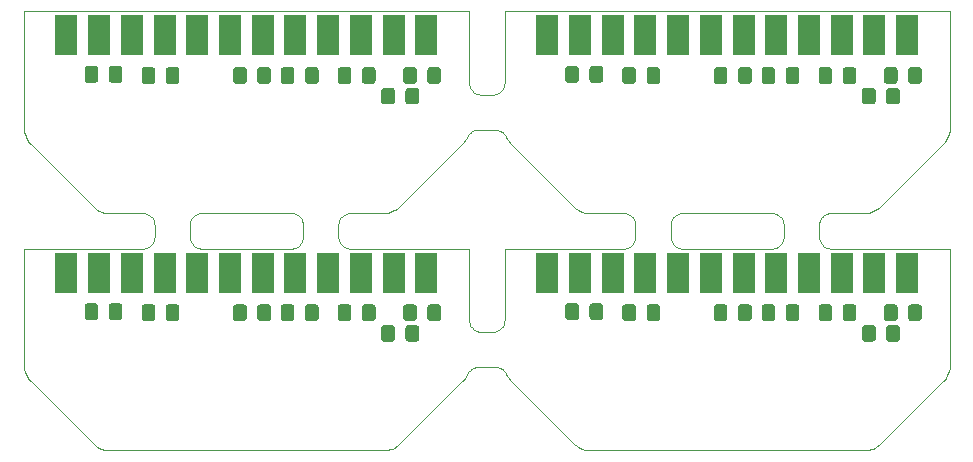
<source format=gbr>
G04 #@! TF.GenerationSoftware,KiCad,Pcbnew,5.1.5+dfsg1-2build2*
G04 #@! TF.CreationDate,2021-02-18T17:25:55-08:00*
G04 #@! TF.ProjectId,panel,70616e65-6c2e-46b6-9963-61645f706362,rev?*
G04 #@! TF.SameCoordinates,Original*
G04 #@! TF.FileFunction,Paste,Bot*
G04 #@! TF.FilePolarity,Positive*
%FSLAX46Y46*%
G04 Gerber Fmt 4.6, Leading zero omitted, Abs format (unit mm)*
G04 Created by KiCad (PCBNEW 5.1.5+dfsg1-2build2) date 2021-02-18 17:25:55*
%MOMM*%
%LPD*%
G04 APERTURE LIST*
G04 #@! TA.AperFunction,Profile*
%ADD10C,0.100000*%
G04 #@! TD*
%ADD11C,0.350000*%
%ADD12R,1.846667X3.480000*%
G04 APERTURE END LIST*
D10*
X72644400Y-70082900D02*
X65059100Y-70082900D01*
X72741700Y-70078100D02*
X72644400Y-70082900D01*
X72837800Y-70063900D02*
X72741700Y-70078100D01*
X72932100Y-70040300D02*
X72837800Y-70063900D01*
X73023500Y-70007500D02*
X72932100Y-70040300D01*
X73111400Y-69966000D02*
X73023500Y-70007500D01*
X73194700Y-69916000D02*
X73111400Y-69966000D01*
X73272700Y-69858200D02*
X73194700Y-69916000D01*
X73344700Y-69792900D02*
X73272700Y-69858200D01*
X73410000Y-69720900D02*
X73344700Y-69792900D01*
X73467800Y-69642900D02*
X73410000Y-69720900D01*
X73517800Y-69559600D02*
X73467800Y-69642900D01*
X73559300Y-69471800D02*
X73517800Y-69559600D01*
X73592000Y-69380300D02*
X73559300Y-69471800D01*
X73615600Y-69286000D02*
X73592000Y-69380300D01*
X73629900Y-69189900D02*
X73615600Y-69286000D01*
X73634700Y-69092700D02*
X73629900Y-69189900D01*
X73634700Y-68074000D02*
X73634700Y-69092700D01*
X73629900Y-67976700D02*
X73634700Y-68074000D01*
X73615600Y-67880600D02*
X73629900Y-67976700D01*
X73592000Y-67786400D02*
X73615600Y-67880600D01*
X73559300Y-67694900D02*
X73592000Y-67786400D01*
X73517800Y-67607100D02*
X73559300Y-67694900D01*
X73467900Y-67523800D02*
X73517800Y-67607100D01*
X73410000Y-67445700D02*
X73467900Y-67523800D01*
X73344800Y-67373700D02*
X73410000Y-67445700D01*
X73272800Y-67308500D02*
X73344800Y-67373700D01*
X73194800Y-67250600D02*
X73272800Y-67308500D01*
X73111400Y-67200700D02*
X73194800Y-67250600D01*
X73023600Y-67159100D02*
X73111400Y-67200700D01*
X72932200Y-67126400D02*
X73023600Y-67159100D01*
X72837900Y-67102800D02*
X72932200Y-67126400D01*
X72741900Y-67088500D02*
X72837900Y-67102800D01*
X72644600Y-67083700D02*
X72741900Y-67088500D01*
X65059200Y-67082600D02*
X72644600Y-67083700D01*
X64961900Y-67087300D02*
X65059200Y-67082600D01*
X64865800Y-67101600D02*
X64961900Y-67087300D01*
X64771600Y-67125200D02*
X64865800Y-67101600D01*
X64680100Y-67157900D02*
X64771600Y-67125200D01*
X64592300Y-67199400D02*
X64680100Y-67157900D01*
X64508900Y-67249400D02*
X64592300Y-67199400D01*
X64430900Y-67307200D02*
X64508900Y-67249400D01*
X64358900Y-67372500D02*
X64430900Y-67307200D01*
X64293600Y-67444500D02*
X64358900Y-67372500D01*
X64235700Y-67522500D02*
X64293600Y-67444500D01*
X64185800Y-67605800D02*
X64235700Y-67522500D01*
X64144200Y-67693700D02*
X64185800Y-67605800D01*
X64111500Y-67785200D02*
X64144200Y-67693700D01*
X64087900Y-67879400D02*
X64111500Y-67785200D01*
X64073600Y-67975500D02*
X64087900Y-67879400D01*
X64068800Y-68072800D02*
X64073600Y-67975500D01*
X64068800Y-69092700D02*
X64068800Y-68072800D01*
X64073600Y-69189900D02*
X64068800Y-69092700D01*
X64087900Y-69286000D02*
X64073600Y-69189900D01*
X64111500Y-69380300D02*
X64087900Y-69286000D01*
X64144200Y-69471800D02*
X64111500Y-69380300D01*
X64185700Y-69559600D02*
X64144200Y-69471800D01*
X64235700Y-69642900D02*
X64185700Y-69559600D01*
X64293600Y-69720900D02*
X64235700Y-69642900D01*
X64358800Y-69792900D02*
X64293600Y-69720900D01*
X64430800Y-69858200D02*
X64358800Y-69792900D01*
X64508800Y-69916000D02*
X64430800Y-69858200D01*
X64592200Y-69966000D02*
X64508800Y-69916000D01*
X64680000Y-70007500D02*
X64592200Y-69966000D01*
X64771500Y-70040300D02*
X64680000Y-70007500D01*
X64865700Y-70063900D02*
X64771500Y-70040300D01*
X64961800Y-70078100D02*
X64865700Y-70063900D01*
X65059100Y-70082900D02*
X64961800Y-70078100D01*
X87488100Y-60734200D02*
X87533600Y-60632300D01*
X87381200Y-60919400D02*
X87488100Y-60734200D01*
X87255200Y-61092200D02*
X87381200Y-60919400D01*
X87107900Y-61254900D02*
X87255200Y-61092200D01*
X81868200Y-66494500D02*
X87107900Y-61254900D01*
X81718300Y-66630300D02*
X81868200Y-66494500D01*
X81560100Y-66747600D02*
X81718300Y-66630300D01*
X81402700Y-66842300D02*
X81560100Y-66747600D01*
X81380900Y-66853900D02*
X81402700Y-66842300D01*
X81214600Y-66932300D02*
X81380900Y-66853900D01*
X81041200Y-66994600D02*
X81214600Y-66932300D01*
X81017600Y-67001800D02*
X81041200Y-66994600D01*
X80839200Y-67046200D02*
X81017600Y-67001800D01*
X80645000Y-67075000D02*
X80839200Y-67046200D01*
X80442500Y-67084900D02*
X80645000Y-67075000D01*
X77627100Y-67084500D02*
X80442500Y-67084900D01*
X77529800Y-67089200D02*
X77627100Y-67084500D01*
X77433700Y-67103500D02*
X77529800Y-67089200D01*
X77339400Y-67127100D02*
X77433700Y-67103500D01*
X77247900Y-67159800D02*
X77339400Y-67127100D01*
X77160100Y-67201300D02*
X77247900Y-67159800D01*
X77076800Y-67251300D02*
X77160100Y-67201300D01*
X76998700Y-67309100D02*
X77076800Y-67251300D01*
X76926700Y-67374400D02*
X76998700Y-67309100D01*
X76861500Y-67446400D02*
X76926700Y-67374400D01*
X76803600Y-67524400D02*
X76861500Y-67446400D01*
X76753600Y-67607800D02*
X76803600Y-67524400D01*
X76712100Y-67695600D02*
X76753600Y-67607800D01*
X76679300Y-67787100D02*
X76712100Y-67695600D01*
X76655700Y-67881300D02*
X76679300Y-67787100D01*
X76641500Y-67977400D02*
X76655700Y-67881300D01*
X76636700Y-68074700D02*
X76641500Y-67977400D01*
X76636700Y-69092700D02*
X76636700Y-68074700D01*
X76641500Y-69189900D02*
X76636700Y-69092700D01*
X76655700Y-69286000D02*
X76641500Y-69189900D01*
X76679300Y-69380300D02*
X76655700Y-69286000D01*
X76712100Y-69471800D02*
X76679300Y-69380300D01*
X76753600Y-69559600D02*
X76712100Y-69471800D01*
X76803500Y-69642900D02*
X76753600Y-69559600D01*
X76861400Y-69720900D02*
X76803500Y-69642900D01*
X76926700Y-69792900D02*
X76861400Y-69720900D01*
X76998600Y-69858200D02*
X76926700Y-69792900D01*
X77076700Y-69916000D02*
X76998600Y-69858200D01*
X77160000Y-69966000D02*
X77076700Y-69916000D01*
X77247800Y-70007500D02*
X77160000Y-69966000D01*
X77339300Y-70040300D02*
X77247800Y-70007500D01*
X77433500Y-70063900D02*
X77339300Y-70040300D01*
X77529600Y-70078100D02*
X77433500Y-70063900D01*
X77626900Y-70082900D02*
X77529600Y-70078100D01*
X87686000Y-70082900D02*
X77626900Y-70082900D01*
X87694000Y-70084400D02*
X87686000Y-70082900D01*
X87698500Y-70089400D02*
X87694000Y-70084400D01*
X87699600Y-70096500D02*
X87698500Y-70089400D01*
X87702600Y-76135100D02*
X87699600Y-70096500D01*
X87707400Y-76232400D02*
X87702600Y-76135100D01*
X87721700Y-76328400D02*
X87707400Y-76232400D01*
X87745400Y-76422600D02*
X87721700Y-76328400D01*
X87778100Y-76514100D02*
X87745400Y-76422600D01*
X87819700Y-76601800D02*
X87778100Y-76514100D01*
X87869600Y-76685100D02*
X87819700Y-76601800D01*
X87927500Y-76763100D02*
X87869600Y-76685100D01*
X87992700Y-76835100D02*
X87927500Y-76763100D01*
X88064700Y-76900300D02*
X87992700Y-76835100D01*
X88142700Y-76958100D02*
X88064700Y-76900300D01*
X88226100Y-77008000D02*
X88142700Y-76958100D01*
X88313900Y-77049500D02*
X88226100Y-77008000D01*
X88405300Y-77082300D02*
X88313900Y-77049500D01*
X88499500Y-77105800D02*
X88405300Y-77082300D01*
X88595600Y-77120100D02*
X88499500Y-77105800D01*
X88692800Y-77124900D02*
X88595600Y-77120100D01*
X89712800Y-77124900D02*
X88692800Y-77124900D01*
X89810100Y-77120100D02*
X89712800Y-77124900D01*
X89906200Y-77105800D02*
X89810100Y-77120100D01*
X90000400Y-77082200D02*
X89906200Y-77105800D01*
X90091900Y-77049500D02*
X90000400Y-77082200D01*
X90179700Y-77008000D02*
X90091900Y-77049500D01*
X90263000Y-76958000D02*
X90179700Y-77008000D01*
X90341100Y-76900200D02*
X90263000Y-76958000D01*
X90413100Y-76834900D02*
X90341100Y-76900200D01*
X90478300Y-76763000D02*
X90413100Y-76834900D01*
X90536200Y-76685000D02*
X90478300Y-76763000D01*
X90586100Y-76601600D02*
X90536200Y-76685000D01*
X90627700Y-76513800D02*
X90586100Y-76601600D01*
X90660400Y-76422400D02*
X90627700Y-76513800D01*
X90684000Y-76328100D02*
X90660400Y-76422400D01*
X90698300Y-76232000D02*
X90684000Y-76328100D01*
X90703100Y-76134800D02*
X90698300Y-76232000D01*
X90704000Y-70096500D02*
X90703100Y-76134800D01*
X90705100Y-70089400D02*
X90704000Y-70096500D01*
X90708800Y-70084900D02*
X90705100Y-70089400D01*
X90717600Y-70082900D02*
X90708800Y-70084900D01*
X100780100Y-70082900D02*
X90717600Y-70082900D01*
X100877400Y-70078100D02*
X100780100Y-70082900D01*
X100973500Y-70063900D02*
X100877400Y-70078100D01*
X101067700Y-70040300D02*
X100973500Y-70063900D01*
X101159200Y-70007500D02*
X101067700Y-70040300D01*
X101247000Y-69966000D02*
X101159200Y-70007500D01*
X101330400Y-69916000D02*
X101247000Y-69966000D01*
X101408400Y-69858200D02*
X101330400Y-69916000D01*
X101480400Y-69792900D02*
X101408400Y-69858200D01*
X101545600Y-69720900D02*
X101480400Y-69792900D01*
X101603500Y-69642900D02*
X101545600Y-69720900D01*
X101653500Y-69559600D02*
X101603500Y-69642900D01*
X101695000Y-69471800D02*
X101653500Y-69559600D01*
X101727700Y-69380300D02*
X101695000Y-69471800D01*
X101751300Y-69286000D02*
X101727700Y-69380300D01*
X101765600Y-69189900D02*
X101751300Y-69286000D01*
X101770400Y-69092700D02*
X101765600Y-69189900D01*
X101770400Y-68072100D02*
X101770400Y-69092700D01*
X101765600Y-67974800D02*
X101770400Y-68072100D01*
X101751300Y-67878700D02*
X101765600Y-67974800D01*
X101727700Y-67784500D02*
X101751300Y-67878700D01*
X101695000Y-67693000D02*
X101727700Y-67784500D01*
X101653500Y-67605200D02*
X101695000Y-67693000D01*
X101603500Y-67521900D02*
X101653500Y-67605200D01*
X101545700Y-67443800D02*
X101603500Y-67521900D01*
X101480400Y-67371800D02*
X101545700Y-67443800D01*
X101408500Y-67306600D02*
X101480400Y-67371800D01*
X101330400Y-67248700D02*
X101408500Y-67306600D01*
X101247100Y-67198800D02*
X101330400Y-67248700D01*
X101159300Y-67157200D02*
X101247100Y-67198800D01*
X101067900Y-67124500D02*
X101159300Y-67157200D01*
X100973600Y-67100900D02*
X101067900Y-67124500D01*
X100877500Y-67086600D02*
X100973600Y-67100900D01*
X100780300Y-67081800D02*
X100877500Y-67086600D01*
X97956900Y-67081400D02*
X100780300Y-67081800D01*
X97725700Y-67068300D02*
X97956900Y-67081400D01*
X97504700Y-67030700D02*
X97725700Y-67068300D01*
X97289200Y-66968600D02*
X97504700Y-67030700D01*
X97082000Y-66882800D02*
X97289200Y-66968600D01*
X96885800Y-66774300D02*
X97082000Y-66882800D01*
X96702900Y-66644500D02*
X96885800Y-66774300D01*
X96530600Y-66490600D02*
X96702900Y-66644500D01*
X91289100Y-61251500D02*
X96530600Y-66490600D01*
X91157000Y-61105500D02*
X91289100Y-61251500D01*
X91040000Y-60947700D02*
X91157000Y-61105500D01*
X90939300Y-60779700D02*
X91040000Y-60947700D01*
X90858600Y-60609800D02*
X90939300Y-60779700D01*
X90810400Y-60520200D02*
X90858600Y-60609800D01*
X90753400Y-60436100D02*
X90810400Y-60520200D01*
X90688100Y-60358300D02*
X90753400Y-60436100D01*
X90615100Y-60287600D02*
X90688100Y-60358300D01*
X90535400Y-60224800D02*
X90615100Y-60287600D01*
X90449500Y-60170500D02*
X90535400Y-60224800D01*
X90358600Y-60125200D02*
X90449500Y-60170500D01*
X90263600Y-60089500D02*
X90358600Y-60125200D01*
X90165300Y-60063800D02*
X90263600Y-60089500D01*
X90065000Y-60048200D02*
X90165300Y-60063800D01*
X89963300Y-60043000D02*
X90065000Y-60048200D01*
X88439200Y-60043000D02*
X89963300Y-60043000D01*
X88343900Y-60047500D02*
X88439200Y-60043000D01*
X88249700Y-60061200D02*
X88343900Y-60047500D01*
X88157300Y-60083900D02*
X88249700Y-60061200D01*
X88067400Y-60115300D02*
X88157300Y-60083900D01*
X87981000Y-60155200D02*
X88067400Y-60115300D01*
X87898900Y-60203200D02*
X87981000Y-60155200D01*
X87821700Y-60258900D02*
X87898900Y-60203200D01*
X87750200Y-60321800D02*
X87821700Y-60258900D01*
X87685100Y-60391200D02*
X87750200Y-60321800D01*
X87627000Y-60466500D02*
X87685100Y-60391200D01*
X87576400Y-60547100D02*
X87627000Y-60466500D01*
X87533600Y-60632300D02*
X87576400Y-60547100D01*
X113348000Y-70082900D02*
X105762600Y-70082900D01*
X113445200Y-70078100D02*
X113348000Y-70082900D01*
X113541300Y-70063900D02*
X113445200Y-70078100D01*
X113635600Y-70040300D02*
X113541300Y-70063900D01*
X113727100Y-70007500D02*
X113635600Y-70040300D01*
X113814900Y-69966000D02*
X113727100Y-70007500D01*
X113898200Y-69916000D02*
X113814900Y-69966000D01*
X113976200Y-69858200D02*
X113898200Y-69916000D01*
X114048200Y-69792900D02*
X113976200Y-69858200D01*
X114113500Y-69720900D02*
X114048200Y-69792900D01*
X114171300Y-69642900D02*
X114113500Y-69720900D01*
X114221300Y-69559600D02*
X114171300Y-69642900D01*
X114262800Y-69471800D02*
X114221300Y-69559600D01*
X114295600Y-69380300D02*
X114262800Y-69471800D01*
X114319200Y-69286000D02*
X114295600Y-69380300D01*
X114333400Y-69189900D02*
X114319200Y-69286000D01*
X114338200Y-69092700D02*
X114333400Y-69189900D01*
X114338200Y-68074000D02*
X114338200Y-69092700D01*
X114333400Y-67976700D02*
X114338200Y-68074000D01*
X114319200Y-67880600D02*
X114333400Y-67976700D01*
X114295600Y-67786400D02*
X114319200Y-67880600D01*
X114262800Y-67694900D02*
X114295600Y-67786400D01*
X114221300Y-67607100D02*
X114262800Y-67694900D01*
X114171400Y-67523800D02*
X114221300Y-67607100D01*
X114113500Y-67445700D02*
X114171400Y-67523800D01*
X114048300Y-67373700D02*
X114113500Y-67445700D01*
X113976300Y-67308500D02*
X114048300Y-67373700D01*
X113898300Y-67250600D02*
X113976300Y-67308500D01*
X113815000Y-67200700D02*
X113898300Y-67250600D01*
X113727200Y-67159100D02*
X113815000Y-67200700D01*
X113635700Y-67126400D02*
X113727200Y-67159100D01*
X113541500Y-67102800D02*
X113635700Y-67126400D01*
X113445400Y-67088500D02*
X113541500Y-67102800D01*
X113348100Y-67083700D02*
X113445400Y-67088500D01*
X105762800Y-67082600D02*
X113348100Y-67083700D01*
X105665500Y-67087300D02*
X105762800Y-67082600D01*
X105569400Y-67101600D02*
X105665500Y-67087300D01*
X105475100Y-67125200D02*
X105569400Y-67101600D01*
X105383600Y-67157900D02*
X105475100Y-67125200D01*
X105295800Y-67199400D02*
X105383600Y-67157900D01*
X105212400Y-67249400D02*
X105295800Y-67199400D01*
X105134400Y-67307200D02*
X105212400Y-67249400D01*
X105062400Y-67372500D02*
X105134400Y-67307200D01*
X104997100Y-67444500D02*
X105062400Y-67372500D01*
X104939200Y-67522500D02*
X104997100Y-67444500D01*
X104889300Y-67605800D02*
X104939200Y-67522500D01*
X104847700Y-67693700D02*
X104889300Y-67605800D01*
X104815000Y-67785200D02*
X104847700Y-67693700D01*
X104791400Y-67879400D02*
X104815000Y-67785200D01*
X104777100Y-67975500D02*
X104791400Y-67879400D01*
X104772400Y-68072800D02*
X104777100Y-67975500D01*
X104772400Y-69092700D02*
X104772400Y-68072800D01*
X104777100Y-69189900D02*
X104772400Y-69092700D01*
X104791400Y-69286000D02*
X104777100Y-69189900D01*
X104815000Y-69380300D02*
X104791400Y-69286000D01*
X104847700Y-69471800D02*
X104815000Y-69380300D01*
X104889300Y-69559600D02*
X104847700Y-69471800D01*
X104939200Y-69642900D02*
X104889300Y-69559600D01*
X104997100Y-69720900D02*
X104939200Y-69642900D01*
X105062300Y-69792900D02*
X104997100Y-69720900D01*
X105134300Y-69858200D02*
X105062300Y-69792900D01*
X105212400Y-69916000D02*
X105134300Y-69858200D01*
X105295700Y-69966000D02*
X105212400Y-69916000D01*
X105383500Y-70007500D02*
X105295700Y-69966000D01*
X105475000Y-70040300D02*
X105383500Y-70007500D01*
X105569200Y-70063900D02*
X105475000Y-70040300D01*
X105665300Y-70078100D02*
X105569200Y-70063900D01*
X105762600Y-70082900D02*
X105665300Y-70078100D01*
X50001300Y-50006400D02*
X50000500Y-50011600D01*
X50003800Y-50002300D02*
X50001300Y-50006400D01*
X50007900Y-49999800D02*
X50003800Y-50002300D01*
X50014100Y-49999000D02*
X50007900Y-49999800D01*
X87691200Y-49999500D02*
X50014100Y-49999000D01*
X87697600Y-50003800D02*
X87691200Y-49999500D01*
X87699600Y-50012600D02*
X87697600Y-50003800D01*
X87702600Y-56051200D02*
X87699600Y-50012600D01*
X87707400Y-56148400D02*
X87702600Y-56051200D01*
X87721700Y-56244500D02*
X87707400Y-56148400D01*
X87745400Y-56338700D02*
X87721700Y-56244500D01*
X87778100Y-56430100D02*
X87745400Y-56338700D01*
X87819700Y-56517900D02*
X87778100Y-56430100D01*
X87869600Y-56601200D02*
X87819700Y-56517900D01*
X87927500Y-56679200D02*
X87869600Y-56601200D01*
X87992700Y-56751200D02*
X87927500Y-56679200D01*
X88064700Y-56816400D02*
X87992700Y-56751200D01*
X88142700Y-56874200D02*
X88064700Y-56816400D01*
X88226100Y-56924100D02*
X88142700Y-56874200D01*
X88313900Y-56965600D02*
X88226100Y-56924100D01*
X88405300Y-56998300D02*
X88313900Y-56965600D01*
X88499500Y-57021900D02*
X88405300Y-56998300D01*
X88595600Y-57036200D02*
X88499500Y-57021900D01*
X88692800Y-57041000D02*
X88595600Y-57036200D01*
X89712800Y-57041000D02*
X88692800Y-57041000D01*
X89810100Y-57036200D02*
X89712800Y-57041000D01*
X89906200Y-57021900D02*
X89810100Y-57036200D01*
X90000400Y-56998300D02*
X89906200Y-57021900D01*
X90091900Y-56965600D02*
X90000400Y-56998300D01*
X90179700Y-56924100D02*
X90091900Y-56965600D01*
X90263000Y-56874100D02*
X90179700Y-56924100D01*
X90341100Y-56816300D02*
X90263000Y-56874100D01*
X90413100Y-56751000D02*
X90341100Y-56816300D01*
X90478300Y-56679100D02*
X90413100Y-56751000D01*
X90536200Y-56601000D02*
X90478300Y-56679100D01*
X90586100Y-56517700D02*
X90536200Y-56601000D01*
X90627700Y-56429900D02*
X90586100Y-56517700D01*
X90660400Y-56338500D02*
X90627700Y-56429900D01*
X90684000Y-56244200D02*
X90660400Y-56338500D01*
X90698300Y-56148100D02*
X90684000Y-56244200D01*
X90703100Y-56050900D02*
X90698300Y-56148100D01*
X90704000Y-50012600D02*
X90703100Y-56050900D01*
X90706000Y-50003800D02*
X90704000Y-50012600D01*
X90712400Y-49999500D02*
X90706000Y-50003800D01*
X128389500Y-49999000D02*
X90712400Y-49999500D01*
X128396600Y-50000100D02*
X128389500Y-49999000D01*
X128401600Y-50004600D02*
X128396600Y-50000100D01*
X128403100Y-50012600D02*
X128401600Y-50004600D01*
X128407700Y-59912500D02*
X128403100Y-50012600D01*
X128386800Y-60125800D02*
X128407700Y-59912500D01*
X128346700Y-60321800D02*
X128386800Y-60125800D01*
X128339900Y-60347700D02*
X128346700Y-60321800D01*
X128278400Y-60538200D02*
X128339900Y-60347700D01*
X128197500Y-60721900D02*
X128278400Y-60538200D01*
X128185400Y-60745700D02*
X128197500Y-60721900D01*
X128091700Y-60908000D02*
X128185400Y-60745700D01*
X128077300Y-60930100D02*
X128091700Y-60908000D01*
X127959100Y-61091700D02*
X128077300Y-60930100D01*
X127811300Y-61254900D02*
X127959100Y-61091700D01*
X122571700Y-66494500D02*
X127811300Y-61254900D01*
X122421800Y-66630300D02*
X122571700Y-66494500D01*
X122263700Y-66747600D02*
X122421800Y-66630300D01*
X122106200Y-66842300D02*
X122263700Y-66747600D01*
X122084400Y-66853900D02*
X122106200Y-66842300D01*
X121918100Y-66932300D02*
X122084400Y-66853900D01*
X121744700Y-66994600D02*
X121918100Y-66932300D01*
X121721100Y-67001800D02*
X121744700Y-66994600D01*
X121542700Y-67046200D02*
X121721100Y-67001800D01*
X121348000Y-67075000D02*
X121542700Y-67046200D01*
X121146000Y-67084900D02*
X121348000Y-67075000D01*
X118330600Y-67084500D02*
X121146000Y-67084900D01*
X118233300Y-67089200D02*
X118330600Y-67084500D01*
X118137200Y-67103500D02*
X118233300Y-67089200D01*
X118042900Y-67127100D02*
X118137200Y-67103500D01*
X117951500Y-67159800D02*
X118042900Y-67127100D01*
X117863600Y-67201300D02*
X117951500Y-67159800D01*
X117780300Y-67251300D02*
X117863600Y-67201300D01*
X117702200Y-67309100D02*
X117780300Y-67251300D01*
X117630200Y-67374400D02*
X117702200Y-67309100D01*
X117565000Y-67446400D02*
X117630200Y-67374400D01*
X117507100Y-67524400D02*
X117565000Y-67446400D01*
X117457100Y-67607800D02*
X117507100Y-67524400D01*
X117415600Y-67695600D02*
X117457100Y-67607800D01*
X117382800Y-67787100D02*
X117415600Y-67695600D01*
X117359200Y-67881300D02*
X117382800Y-67787100D01*
X117345000Y-67977400D02*
X117359200Y-67881300D01*
X117340200Y-68074700D02*
X117345000Y-67977400D01*
X117340200Y-69092700D02*
X117340200Y-68074700D01*
X117345000Y-69189900D02*
X117340200Y-69092700D01*
X117359200Y-69286000D02*
X117345000Y-69189900D01*
X117382800Y-69380300D02*
X117359200Y-69286000D01*
X117415600Y-69471800D02*
X117382800Y-69380300D01*
X117457100Y-69559600D02*
X117415600Y-69471800D01*
X117507100Y-69642900D02*
X117457100Y-69559600D01*
X117564900Y-69720900D02*
X117507100Y-69642900D01*
X117630200Y-69792900D02*
X117564900Y-69720900D01*
X117702200Y-69858200D02*
X117630200Y-69792900D01*
X117780200Y-69916000D02*
X117702200Y-69858200D01*
X117863500Y-69966000D02*
X117780200Y-69916000D01*
X117951300Y-70007500D02*
X117863500Y-69966000D01*
X118042800Y-70040300D02*
X117951300Y-70007500D01*
X118137100Y-70063900D02*
X118042800Y-70040300D01*
X118233200Y-70078100D02*
X118137100Y-70063900D01*
X118330400Y-70082900D02*
X118233200Y-70078100D01*
X128389500Y-70082900D02*
X118330400Y-70082900D01*
X128396600Y-70084000D02*
X128389500Y-70082900D01*
X128400500Y-70086900D02*
X128396600Y-70084000D01*
X128403100Y-70096500D02*
X128400500Y-70086900D01*
X128408000Y-79984300D02*
X128403100Y-70096500D01*
X128406800Y-80008900D02*
X128408000Y-79984300D01*
X128388500Y-80196100D02*
X128406800Y-80008900D01*
X128384500Y-80222500D02*
X128388500Y-80196100D01*
X128343500Y-80419100D02*
X128384500Y-80222500D01*
X128278200Y-80622600D02*
X128343500Y-80419100D01*
X128191800Y-80817700D02*
X128278200Y-80622600D01*
X128085000Y-81002900D02*
X128191800Y-80817700D01*
X127959100Y-81175700D02*
X128085000Y-81002900D01*
X127815500Y-81334500D02*
X127959100Y-81175700D01*
X122567200Y-86582800D02*
X127815500Y-81334500D01*
X122421400Y-86714600D02*
X122567200Y-86582800D01*
X122264100Y-86831200D02*
X122421400Y-86714600D01*
X122095600Y-86932200D02*
X122264100Y-86831200D01*
X121929200Y-87011300D02*
X122095600Y-86932200D01*
X121906400Y-87020700D02*
X121929200Y-87011300D01*
X121744700Y-87078500D02*
X121906400Y-87020700D01*
X121721100Y-87085700D02*
X121744700Y-87078500D01*
X121542300Y-87130200D02*
X121721100Y-87085700D01*
X121348000Y-87158900D02*
X121542300Y-87130200D01*
X121146000Y-87168800D02*
X121348000Y-87158900D01*
X97956900Y-87165300D02*
X121146000Y-87168800D01*
X97726300Y-87152300D02*
X97956900Y-87165300D01*
X97505200Y-87114800D02*
X97726300Y-87152300D01*
X97289200Y-87052500D02*
X97505200Y-87114800D01*
X97095200Y-86972600D02*
X97289200Y-87052500D01*
X97069800Y-86960400D02*
X97095200Y-86972600D01*
X96886200Y-86858500D02*
X97069800Y-86960400D01*
X96714400Y-86737100D02*
X96886200Y-86858500D01*
X96692400Y-86719600D02*
X96714400Y-86737100D01*
X96535800Y-86579500D02*
X96692400Y-86719600D01*
X91289100Y-81335400D02*
X96535800Y-86579500D01*
X91157000Y-81189400D02*
X91289100Y-81335400D01*
X91040300Y-81032100D02*
X91157000Y-81189400D01*
X90939300Y-80863600D02*
X91040300Y-81032100D01*
X90858600Y-80693800D02*
X90939300Y-80863600D01*
X90810400Y-80604100D02*
X90858600Y-80693800D01*
X90753400Y-80520000D02*
X90810400Y-80604100D01*
X90688100Y-80442200D02*
X90753400Y-80520000D01*
X90615100Y-80371600D02*
X90688100Y-80442200D01*
X90535400Y-80308700D02*
X90615100Y-80371600D01*
X90449500Y-80254400D02*
X90535400Y-80308700D01*
X90358600Y-80209100D02*
X90449500Y-80254400D01*
X90263600Y-80173400D02*
X90358600Y-80209100D01*
X90165300Y-80147700D02*
X90263600Y-80173400D01*
X90065000Y-80132100D02*
X90165300Y-80147700D01*
X89963300Y-80126900D02*
X90065000Y-80132100D01*
X88439200Y-80126900D02*
X89963300Y-80126900D01*
X88343900Y-80131500D02*
X88439200Y-80126900D01*
X88249700Y-80145100D02*
X88343900Y-80131500D01*
X88157300Y-80167800D02*
X88249700Y-80145100D01*
X88067400Y-80199200D02*
X88157300Y-80167800D01*
X87981000Y-80239100D02*
X88067400Y-80199200D01*
X87898900Y-80287100D02*
X87981000Y-80239100D01*
X87821700Y-80342800D02*
X87898900Y-80287100D01*
X87750200Y-80405700D02*
X87821700Y-80342800D01*
X87685100Y-80475100D02*
X87750200Y-80405700D01*
X87627000Y-80550400D02*
X87685100Y-80475100D01*
X87576400Y-80631000D02*
X87627000Y-80550400D01*
X87533600Y-80716300D02*
X87576400Y-80631000D01*
X87488100Y-80818100D02*
X87533600Y-80716300D01*
X87381200Y-81003300D02*
X87488100Y-80818100D01*
X87255600Y-81175700D02*
X87381200Y-81003300D01*
X87112000Y-81334500D02*
X87255600Y-81175700D01*
X81863800Y-86582600D02*
X87112000Y-81334500D01*
X81718300Y-86714300D02*
X81863800Y-86582600D01*
X81570500Y-86824300D02*
X81718300Y-86714300D01*
X81550000Y-86838000D02*
X81570500Y-86824300D01*
X81391700Y-86932400D02*
X81550000Y-86838000D01*
X81214600Y-87016200D02*
X81391700Y-86932400D01*
X81041200Y-87078500D02*
X81214600Y-87016200D01*
X81017600Y-87085700D02*
X81041200Y-87078500D01*
X80839200Y-87130100D02*
X81017600Y-87085700D01*
X80644500Y-87158900D02*
X80839200Y-87130100D01*
X80442500Y-87168800D02*
X80644500Y-87158900D01*
X57253400Y-87165300D02*
X80442500Y-87168800D01*
X57022800Y-87152300D02*
X57253400Y-87165300D01*
X56815300Y-87117500D02*
X57022800Y-87152300D01*
X56787800Y-87111200D02*
X56815300Y-87117500D01*
X56599400Y-87056900D02*
X56787800Y-87111200D01*
X56573100Y-87047700D02*
X56599400Y-87056900D01*
X56378500Y-86966700D02*
X56573100Y-87047700D01*
X56182200Y-86858200D02*
X56378500Y-86966700D01*
X55999400Y-86728400D02*
X56182200Y-86858200D01*
X55827100Y-86574600D02*
X55999400Y-86728400D01*
X50585500Y-81335400D02*
X55827100Y-86574600D01*
X50453500Y-81189400D02*
X50585500Y-81335400D01*
X50336500Y-81031700D02*
X50453500Y-81189400D01*
X50235500Y-80863200D02*
X50336500Y-81031700D01*
X50151500Y-80685600D02*
X50235500Y-80863200D01*
X50085500Y-80501100D02*
X50151500Y-80685600D01*
X50037800Y-80310500D02*
X50085500Y-80501100D01*
X50008900Y-80116200D02*
X50037800Y-80310500D01*
X49999100Y-79919700D02*
X50008900Y-80116200D01*
X50001000Y-70091300D02*
X49999100Y-79919700D01*
X50005300Y-70084900D02*
X50001000Y-70091300D01*
X50014100Y-70082900D02*
X50005300Y-70084900D01*
X60076600Y-70082900D02*
X50014100Y-70082900D01*
X60173900Y-70078100D02*
X60076600Y-70082900D01*
X60270000Y-70063900D02*
X60173900Y-70078100D01*
X60364200Y-70040300D02*
X60270000Y-70063900D01*
X60455700Y-70007500D02*
X60364200Y-70040300D01*
X60543500Y-69966000D02*
X60455700Y-70007500D01*
X60626800Y-69916000D02*
X60543500Y-69966000D01*
X60704900Y-69858200D02*
X60626800Y-69916000D01*
X60776900Y-69792900D02*
X60704900Y-69858200D01*
X60842100Y-69720900D02*
X60776900Y-69792900D01*
X60900000Y-69642900D02*
X60842100Y-69720900D01*
X60949900Y-69559600D02*
X60900000Y-69642900D01*
X60991500Y-69471800D02*
X60949900Y-69559600D01*
X61024200Y-69380300D02*
X60991500Y-69471800D01*
X61047800Y-69286000D02*
X61024200Y-69380300D01*
X61062100Y-69189900D02*
X61047800Y-69286000D01*
X61066800Y-69092700D02*
X61062100Y-69189900D01*
X61066800Y-68072100D02*
X61066800Y-69092700D01*
X61062100Y-67974800D02*
X61066800Y-68072100D01*
X61047800Y-67878700D02*
X61062100Y-67974800D01*
X61024200Y-67784500D02*
X61047800Y-67878700D01*
X60991500Y-67693000D02*
X61024200Y-67784500D01*
X60950000Y-67605200D02*
X60991500Y-67693000D01*
X60900000Y-67521900D02*
X60950000Y-67605200D01*
X60842200Y-67443800D02*
X60900000Y-67521900D01*
X60776900Y-67371800D02*
X60842200Y-67443800D01*
X60704900Y-67306600D02*
X60776900Y-67371800D01*
X60626900Y-67248700D02*
X60704900Y-67306600D01*
X60543600Y-67198800D02*
X60626900Y-67248700D01*
X60455800Y-67157200D02*
X60543600Y-67198800D01*
X60364300Y-67124500D02*
X60455800Y-67157200D01*
X60270100Y-67100900D02*
X60364300Y-67124500D01*
X60174000Y-67086600D02*
X60270100Y-67100900D01*
X60076700Y-67081800D02*
X60174000Y-67086600D01*
X57253400Y-67081400D02*
X60076700Y-67081800D01*
X57036300Y-67069600D02*
X57253400Y-67081400D01*
X57008600Y-67066400D02*
X57036300Y-67069600D01*
X56801700Y-67030900D02*
X57008600Y-67066400D01*
X56586200Y-66968800D02*
X56801700Y-67030900D01*
X56379000Y-66883000D02*
X56586200Y-66968800D01*
X56182200Y-66774300D02*
X56379000Y-66883000D01*
X55999400Y-66644500D02*
X56182200Y-66774300D01*
X55827100Y-66490700D02*
X55999400Y-66644500D01*
X50589800Y-61255800D02*
X55827100Y-66490700D01*
X50453500Y-61105500D02*
X50589800Y-61255800D01*
X50343800Y-60958100D02*
X50453500Y-61105500D01*
X50330200Y-60937800D02*
X50343800Y-60958100D01*
X50235700Y-60779700D02*
X50330200Y-60937800D01*
X50156600Y-60613200D02*
X50235700Y-60779700D01*
X50147200Y-60590400D02*
X50156600Y-60613200D01*
X50085400Y-60416700D02*
X50147200Y-60590400D01*
X50040400Y-60238500D02*
X50085400Y-60416700D01*
X50035600Y-60214300D02*
X50040400Y-60238500D01*
X50008900Y-60031800D02*
X50035600Y-60214300D01*
X49999100Y-59836000D02*
X50008900Y-60031800D01*
X50000500Y-50011600D02*
X49999100Y-59836000D01*
D11*
G04 #@! TO.C,R1*
G36*
X96770527Y-74719115D02*
G01*
X96794795Y-74722715D01*
X96818594Y-74728676D01*
X96841693Y-74736941D01*
X96863872Y-74747431D01*
X96884915Y-74760043D01*
X96904621Y-74774658D01*
X96922799Y-74791134D01*
X96939275Y-74809312D01*
X96953890Y-74829018D01*
X96966502Y-74850061D01*
X96976992Y-74872240D01*
X96985257Y-74895339D01*
X96991218Y-74919138D01*
X96994818Y-74943406D01*
X96996022Y-74967910D01*
X96996022Y-75867912D01*
X96994818Y-75892416D01*
X96991218Y-75916684D01*
X96985257Y-75940483D01*
X96976992Y-75963582D01*
X96966502Y-75985761D01*
X96953890Y-76006804D01*
X96939275Y-76026510D01*
X96922799Y-76044688D01*
X96904621Y-76061164D01*
X96884915Y-76075779D01*
X96863872Y-76088391D01*
X96841693Y-76098881D01*
X96818594Y-76107146D01*
X96794795Y-76113107D01*
X96770527Y-76116707D01*
X96746023Y-76117911D01*
X96096021Y-76117911D01*
X96071517Y-76116707D01*
X96047249Y-76113107D01*
X96023450Y-76107146D01*
X96000351Y-76098881D01*
X95978172Y-76088391D01*
X95957129Y-76075779D01*
X95937423Y-76061164D01*
X95919245Y-76044688D01*
X95902769Y-76026510D01*
X95888154Y-76006804D01*
X95875542Y-75985761D01*
X95865052Y-75963582D01*
X95856787Y-75940483D01*
X95850826Y-75916684D01*
X95847226Y-75892416D01*
X95846022Y-75867912D01*
X95846022Y-74967910D01*
X95847226Y-74943406D01*
X95850826Y-74919138D01*
X95856787Y-74895339D01*
X95865052Y-74872240D01*
X95875542Y-74850061D01*
X95888154Y-74829018D01*
X95902769Y-74809312D01*
X95919245Y-74791134D01*
X95937423Y-74774658D01*
X95957129Y-74760043D01*
X95978172Y-74747431D01*
X96000351Y-74736941D01*
X96023450Y-74728676D01*
X96047249Y-74722715D01*
X96071517Y-74719115D01*
X96096021Y-74717911D01*
X96746023Y-74717911D01*
X96770527Y-74719115D01*
G37*
G36*
X98820527Y-74719115D02*
G01*
X98844795Y-74722715D01*
X98868594Y-74728676D01*
X98891693Y-74736941D01*
X98913872Y-74747431D01*
X98934915Y-74760043D01*
X98954621Y-74774658D01*
X98972799Y-74791134D01*
X98989275Y-74809312D01*
X99003890Y-74829018D01*
X99016502Y-74850061D01*
X99026992Y-74872240D01*
X99035257Y-74895339D01*
X99041218Y-74919138D01*
X99044818Y-74943406D01*
X99046022Y-74967910D01*
X99046022Y-75867912D01*
X99044818Y-75892416D01*
X99041218Y-75916684D01*
X99035257Y-75940483D01*
X99026992Y-75963582D01*
X99016502Y-75985761D01*
X99003890Y-76006804D01*
X98989275Y-76026510D01*
X98972799Y-76044688D01*
X98954621Y-76061164D01*
X98934915Y-76075779D01*
X98913872Y-76088391D01*
X98891693Y-76098881D01*
X98868594Y-76107146D01*
X98844795Y-76113107D01*
X98820527Y-76116707D01*
X98796023Y-76117911D01*
X98146021Y-76117911D01*
X98121517Y-76116707D01*
X98097249Y-76113107D01*
X98073450Y-76107146D01*
X98050351Y-76098881D01*
X98028172Y-76088391D01*
X98007129Y-76075779D01*
X97987423Y-76061164D01*
X97969245Y-76044688D01*
X97952769Y-76026510D01*
X97938154Y-76006804D01*
X97925542Y-75985761D01*
X97915052Y-75963582D01*
X97906787Y-75940483D01*
X97900826Y-75916684D01*
X97897226Y-75892416D01*
X97896022Y-75867912D01*
X97896022Y-74967910D01*
X97897226Y-74943406D01*
X97900826Y-74919138D01*
X97906787Y-74895339D01*
X97915052Y-74872240D01*
X97925542Y-74850061D01*
X97938154Y-74829018D01*
X97952769Y-74809312D01*
X97969245Y-74791134D01*
X97987423Y-74774658D01*
X98007129Y-74760043D01*
X98028172Y-74747431D01*
X98050351Y-74736941D01*
X98073450Y-74728676D01*
X98097249Y-74722715D01*
X98121517Y-74719115D01*
X98146021Y-74717911D01*
X98796023Y-74717911D01*
X98820527Y-74719115D01*
G37*
G04 #@! TD*
G04 #@! TO.C,R2*
G36*
X123750527Y-74809115D02*
G01*
X123774795Y-74812715D01*
X123798594Y-74818676D01*
X123821693Y-74826941D01*
X123843872Y-74837431D01*
X123864915Y-74850043D01*
X123884621Y-74864658D01*
X123902799Y-74881134D01*
X123919275Y-74899312D01*
X123933890Y-74919018D01*
X123946502Y-74940061D01*
X123956992Y-74962240D01*
X123965257Y-74985339D01*
X123971218Y-75009138D01*
X123974818Y-75033406D01*
X123976022Y-75057910D01*
X123976022Y-75957912D01*
X123974818Y-75982416D01*
X123971218Y-76006684D01*
X123965257Y-76030483D01*
X123956992Y-76053582D01*
X123946502Y-76075761D01*
X123933890Y-76096804D01*
X123919275Y-76116510D01*
X123902799Y-76134688D01*
X123884621Y-76151164D01*
X123864915Y-76165779D01*
X123843872Y-76178391D01*
X123821693Y-76188881D01*
X123798594Y-76197146D01*
X123774795Y-76203107D01*
X123750527Y-76206707D01*
X123726023Y-76207911D01*
X123076021Y-76207911D01*
X123051517Y-76206707D01*
X123027249Y-76203107D01*
X123003450Y-76197146D01*
X122980351Y-76188881D01*
X122958172Y-76178391D01*
X122937129Y-76165779D01*
X122917423Y-76151164D01*
X122899245Y-76134688D01*
X122882769Y-76116510D01*
X122868154Y-76096804D01*
X122855542Y-76075761D01*
X122845052Y-76053582D01*
X122836787Y-76030483D01*
X122830826Y-76006684D01*
X122827226Y-75982416D01*
X122826022Y-75957912D01*
X122826022Y-75057910D01*
X122827226Y-75033406D01*
X122830826Y-75009138D01*
X122836787Y-74985339D01*
X122845052Y-74962240D01*
X122855542Y-74940061D01*
X122868154Y-74919018D01*
X122882769Y-74899312D01*
X122899245Y-74881134D01*
X122917423Y-74864658D01*
X122937129Y-74850043D01*
X122958172Y-74837431D01*
X122980351Y-74826941D01*
X123003450Y-74818676D01*
X123027249Y-74812715D01*
X123051517Y-74809115D01*
X123076021Y-74807911D01*
X123726023Y-74807911D01*
X123750527Y-74809115D01*
G37*
G36*
X125800527Y-74809115D02*
G01*
X125824795Y-74812715D01*
X125848594Y-74818676D01*
X125871693Y-74826941D01*
X125893872Y-74837431D01*
X125914915Y-74850043D01*
X125934621Y-74864658D01*
X125952799Y-74881134D01*
X125969275Y-74899312D01*
X125983890Y-74919018D01*
X125996502Y-74940061D01*
X126006992Y-74962240D01*
X126015257Y-74985339D01*
X126021218Y-75009138D01*
X126024818Y-75033406D01*
X126026022Y-75057910D01*
X126026022Y-75957912D01*
X126024818Y-75982416D01*
X126021218Y-76006684D01*
X126015257Y-76030483D01*
X126006992Y-76053582D01*
X125996502Y-76075761D01*
X125983890Y-76096804D01*
X125969275Y-76116510D01*
X125952799Y-76134688D01*
X125934621Y-76151164D01*
X125914915Y-76165779D01*
X125893872Y-76178391D01*
X125871693Y-76188881D01*
X125848594Y-76197146D01*
X125824795Y-76203107D01*
X125800527Y-76206707D01*
X125776023Y-76207911D01*
X125126021Y-76207911D01*
X125101517Y-76206707D01*
X125077249Y-76203107D01*
X125053450Y-76197146D01*
X125030351Y-76188881D01*
X125008172Y-76178391D01*
X124987129Y-76165779D01*
X124967423Y-76151164D01*
X124949245Y-76134688D01*
X124932769Y-76116510D01*
X124918154Y-76096804D01*
X124905542Y-76075761D01*
X124895052Y-76053582D01*
X124886787Y-76030483D01*
X124880826Y-76006684D01*
X124877226Y-75982416D01*
X124876022Y-75957912D01*
X124876022Y-75057910D01*
X124877226Y-75033406D01*
X124880826Y-75009138D01*
X124886787Y-74985339D01*
X124895052Y-74962240D01*
X124905542Y-74940061D01*
X124918154Y-74919018D01*
X124932769Y-74899312D01*
X124949245Y-74881134D01*
X124967423Y-74864658D01*
X124987129Y-74850043D01*
X125008172Y-74837431D01*
X125030351Y-74826941D01*
X125053450Y-74818676D01*
X125077249Y-74812715D01*
X125101517Y-74809115D01*
X125126021Y-74807911D01*
X125776023Y-74807911D01*
X125800527Y-74809115D01*
G37*
G04 #@! TD*
G04 #@! TO.C,R3*
G36*
X103652627Y-74809115D02*
G01*
X103676895Y-74812715D01*
X103700694Y-74818676D01*
X103723793Y-74826941D01*
X103745972Y-74837431D01*
X103767015Y-74850043D01*
X103786721Y-74864658D01*
X103804899Y-74881134D01*
X103821375Y-74899312D01*
X103835990Y-74919018D01*
X103848602Y-74940061D01*
X103859092Y-74962240D01*
X103867357Y-74985339D01*
X103873318Y-75009138D01*
X103876918Y-75033406D01*
X103878122Y-75057910D01*
X103878122Y-75957912D01*
X103876918Y-75982416D01*
X103873318Y-76006684D01*
X103867357Y-76030483D01*
X103859092Y-76053582D01*
X103848602Y-76075761D01*
X103835990Y-76096804D01*
X103821375Y-76116510D01*
X103804899Y-76134688D01*
X103786721Y-76151164D01*
X103767015Y-76165779D01*
X103745972Y-76178391D01*
X103723793Y-76188881D01*
X103700694Y-76197146D01*
X103676895Y-76203107D01*
X103652627Y-76206707D01*
X103628123Y-76207911D01*
X102978121Y-76207911D01*
X102953617Y-76206707D01*
X102929349Y-76203107D01*
X102905550Y-76197146D01*
X102882451Y-76188881D01*
X102860272Y-76178391D01*
X102839229Y-76165779D01*
X102819523Y-76151164D01*
X102801345Y-76134688D01*
X102784869Y-76116510D01*
X102770254Y-76096804D01*
X102757642Y-76075761D01*
X102747152Y-76053582D01*
X102738887Y-76030483D01*
X102732926Y-76006684D01*
X102729326Y-75982416D01*
X102728122Y-75957912D01*
X102728122Y-75057910D01*
X102729326Y-75033406D01*
X102732926Y-75009138D01*
X102738887Y-74985339D01*
X102747152Y-74962240D01*
X102757642Y-74940061D01*
X102770254Y-74919018D01*
X102784869Y-74899312D01*
X102801345Y-74881134D01*
X102819523Y-74864658D01*
X102839229Y-74850043D01*
X102860272Y-74837431D01*
X102882451Y-74826941D01*
X102905550Y-74818676D01*
X102929349Y-74812715D01*
X102953617Y-74809115D01*
X102978121Y-74807911D01*
X103628123Y-74807911D01*
X103652627Y-74809115D01*
G37*
G36*
X101602627Y-74809115D02*
G01*
X101626895Y-74812715D01*
X101650694Y-74818676D01*
X101673793Y-74826941D01*
X101695972Y-74837431D01*
X101717015Y-74850043D01*
X101736721Y-74864658D01*
X101754899Y-74881134D01*
X101771375Y-74899312D01*
X101785990Y-74919018D01*
X101798602Y-74940061D01*
X101809092Y-74962240D01*
X101817357Y-74985339D01*
X101823318Y-75009138D01*
X101826918Y-75033406D01*
X101828122Y-75057910D01*
X101828122Y-75957912D01*
X101826918Y-75982416D01*
X101823318Y-76006684D01*
X101817357Y-76030483D01*
X101809092Y-76053582D01*
X101798602Y-76075761D01*
X101785990Y-76096804D01*
X101771375Y-76116510D01*
X101754899Y-76134688D01*
X101736721Y-76151164D01*
X101717015Y-76165779D01*
X101695972Y-76178391D01*
X101673793Y-76188881D01*
X101650694Y-76197146D01*
X101626895Y-76203107D01*
X101602627Y-76206707D01*
X101578123Y-76207911D01*
X100928121Y-76207911D01*
X100903617Y-76206707D01*
X100879349Y-76203107D01*
X100855550Y-76197146D01*
X100832451Y-76188881D01*
X100810272Y-76178391D01*
X100789229Y-76165779D01*
X100769523Y-76151164D01*
X100751345Y-76134688D01*
X100734869Y-76116510D01*
X100720254Y-76096804D01*
X100707642Y-76075761D01*
X100697152Y-76053582D01*
X100688887Y-76030483D01*
X100682926Y-76006684D01*
X100679326Y-75982416D01*
X100678122Y-75957912D01*
X100678122Y-75057910D01*
X100679326Y-75033406D01*
X100682926Y-75009138D01*
X100688887Y-74985339D01*
X100697152Y-74962240D01*
X100707642Y-74940061D01*
X100720254Y-74919018D01*
X100734869Y-74899312D01*
X100751345Y-74881134D01*
X100769523Y-74864658D01*
X100789229Y-74850043D01*
X100810272Y-74837431D01*
X100832451Y-74826941D01*
X100855550Y-74818676D01*
X100879349Y-74812715D01*
X100903617Y-74809115D01*
X100928121Y-74807911D01*
X101578123Y-74807911D01*
X101602627Y-74809115D01*
G37*
G04 #@! TD*
G04 #@! TO.C,R4*
G36*
X121893627Y-76559115D02*
G01*
X121917895Y-76562715D01*
X121941694Y-76568676D01*
X121964793Y-76576941D01*
X121986972Y-76587431D01*
X122008015Y-76600043D01*
X122027721Y-76614658D01*
X122045899Y-76631134D01*
X122062375Y-76649312D01*
X122076990Y-76669018D01*
X122089602Y-76690061D01*
X122100092Y-76712240D01*
X122108357Y-76735339D01*
X122114318Y-76759138D01*
X122117918Y-76783406D01*
X122119122Y-76807910D01*
X122119122Y-77707912D01*
X122117918Y-77732416D01*
X122114318Y-77756684D01*
X122108357Y-77780483D01*
X122100092Y-77803582D01*
X122089602Y-77825761D01*
X122076990Y-77846804D01*
X122062375Y-77866510D01*
X122045899Y-77884688D01*
X122027721Y-77901164D01*
X122008015Y-77915779D01*
X121986972Y-77928391D01*
X121964793Y-77938881D01*
X121941694Y-77947146D01*
X121917895Y-77953107D01*
X121893627Y-77956707D01*
X121869123Y-77957911D01*
X121219121Y-77957911D01*
X121194617Y-77956707D01*
X121170349Y-77953107D01*
X121146550Y-77947146D01*
X121123451Y-77938881D01*
X121101272Y-77928391D01*
X121080229Y-77915779D01*
X121060523Y-77901164D01*
X121042345Y-77884688D01*
X121025869Y-77866510D01*
X121011254Y-77846804D01*
X120998642Y-77825761D01*
X120988152Y-77803582D01*
X120979887Y-77780483D01*
X120973926Y-77756684D01*
X120970326Y-77732416D01*
X120969122Y-77707912D01*
X120969122Y-76807910D01*
X120970326Y-76783406D01*
X120973926Y-76759138D01*
X120979887Y-76735339D01*
X120988152Y-76712240D01*
X120998642Y-76690061D01*
X121011254Y-76669018D01*
X121025869Y-76649312D01*
X121042345Y-76631134D01*
X121060523Y-76614658D01*
X121080229Y-76600043D01*
X121101272Y-76587431D01*
X121123451Y-76576941D01*
X121146550Y-76568676D01*
X121170349Y-76562715D01*
X121194617Y-76559115D01*
X121219121Y-76557911D01*
X121869123Y-76557911D01*
X121893627Y-76559115D01*
G37*
G36*
X123943627Y-76559115D02*
G01*
X123967895Y-76562715D01*
X123991694Y-76568676D01*
X124014793Y-76576941D01*
X124036972Y-76587431D01*
X124058015Y-76600043D01*
X124077721Y-76614658D01*
X124095899Y-76631134D01*
X124112375Y-76649312D01*
X124126990Y-76669018D01*
X124139602Y-76690061D01*
X124150092Y-76712240D01*
X124158357Y-76735339D01*
X124164318Y-76759138D01*
X124167918Y-76783406D01*
X124169122Y-76807910D01*
X124169122Y-77707912D01*
X124167918Y-77732416D01*
X124164318Y-77756684D01*
X124158357Y-77780483D01*
X124150092Y-77803582D01*
X124139602Y-77825761D01*
X124126990Y-77846804D01*
X124112375Y-77866510D01*
X124095899Y-77884688D01*
X124077721Y-77901164D01*
X124058015Y-77915779D01*
X124036972Y-77928391D01*
X124014793Y-77938881D01*
X123991694Y-77947146D01*
X123967895Y-77953107D01*
X123943627Y-77956707D01*
X123919123Y-77957911D01*
X123269121Y-77957911D01*
X123244617Y-77956707D01*
X123220349Y-77953107D01*
X123196550Y-77947146D01*
X123173451Y-77938881D01*
X123151272Y-77928391D01*
X123130229Y-77915779D01*
X123110523Y-77901164D01*
X123092345Y-77884688D01*
X123075869Y-77866510D01*
X123061254Y-77846804D01*
X123048642Y-77825761D01*
X123038152Y-77803582D01*
X123029887Y-77780483D01*
X123023926Y-77756684D01*
X123020326Y-77732416D01*
X123019122Y-77707912D01*
X123019122Y-76807910D01*
X123020326Y-76783406D01*
X123023926Y-76759138D01*
X123029887Y-76735339D01*
X123038152Y-76712240D01*
X123048642Y-76690061D01*
X123061254Y-76669018D01*
X123075869Y-76649312D01*
X123092345Y-76631134D01*
X123110523Y-76614658D01*
X123130229Y-76600043D01*
X123151272Y-76587431D01*
X123173451Y-76576941D01*
X123196550Y-76568676D01*
X123220349Y-76562715D01*
X123244617Y-76559115D01*
X123269121Y-76557911D01*
X123919123Y-76557911D01*
X123943627Y-76559115D01*
G37*
G04 #@! TD*
G04 #@! TO.C,R5*
G36*
X109352627Y-74809115D02*
G01*
X109376895Y-74812715D01*
X109400694Y-74818676D01*
X109423793Y-74826941D01*
X109445972Y-74837431D01*
X109467015Y-74850043D01*
X109486721Y-74864658D01*
X109504899Y-74881134D01*
X109521375Y-74899312D01*
X109535990Y-74919018D01*
X109548602Y-74940061D01*
X109559092Y-74962240D01*
X109567357Y-74985339D01*
X109573318Y-75009138D01*
X109576918Y-75033406D01*
X109578122Y-75057910D01*
X109578122Y-75957912D01*
X109576918Y-75982416D01*
X109573318Y-76006684D01*
X109567357Y-76030483D01*
X109559092Y-76053582D01*
X109548602Y-76075761D01*
X109535990Y-76096804D01*
X109521375Y-76116510D01*
X109504899Y-76134688D01*
X109486721Y-76151164D01*
X109467015Y-76165779D01*
X109445972Y-76178391D01*
X109423793Y-76188881D01*
X109400694Y-76197146D01*
X109376895Y-76203107D01*
X109352627Y-76206707D01*
X109328123Y-76207911D01*
X108678121Y-76207911D01*
X108653617Y-76206707D01*
X108629349Y-76203107D01*
X108605550Y-76197146D01*
X108582451Y-76188881D01*
X108560272Y-76178391D01*
X108539229Y-76165779D01*
X108519523Y-76151164D01*
X108501345Y-76134688D01*
X108484869Y-76116510D01*
X108470254Y-76096804D01*
X108457642Y-76075761D01*
X108447152Y-76053582D01*
X108438887Y-76030483D01*
X108432926Y-76006684D01*
X108429326Y-75982416D01*
X108428122Y-75957912D01*
X108428122Y-75057910D01*
X108429326Y-75033406D01*
X108432926Y-75009138D01*
X108438887Y-74985339D01*
X108447152Y-74962240D01*
X108457642Y-74940061D01*
X108470254Y-74919018D01*
X108484869Y-74899312D01*
X108501345Y-74881134D01*
X108519523Y-74864658D01*
X108539229Y-74850043D01*
X108560272Y-74837431D01*
X108582451Y-74826941D01*
X108605550Y-74818676D01*
X108629349Y-74812715D01*
X108653617Y-74809115D01*
X108678121Y-74807911D01*
X109328123Y-74807911D01*
X109352627Y-74809115D01*
G37*
G36*
X111402627Y-74809115D02*
G01*
X111426895Y-74812715D01*
X111450694Y-74818676D01*
X111473793Y-74826941D01*
X111495972Y-74837431D01*
X111517015Y-74850043D01*
X111536721Y-74864658D01*
X111554899Y-74881134D01*
X111571375Y-74899312D01*
X111585990Y-74919018D01*
X111598602Y-74940061D01*
X111609092Y-74962240D01*
X111617357Y-74985339D01*
X111623318Y-75009138D01*
X111626918Y-75033406D01*
X111628122Y-75057910D01*
X111628122Y-75957912D01*
X111626918Y-75982416D01*
X111623318Y-76006684D01*
X111617357Y-76030483D01*
X111609092Y-76053582D01*
X111598602Y-76075761D01*
X111585990Y-76096804D01*
X111571375Y-76116510D01*
X111554899Y-76134688D01*
X111536721Y-76151164D01*
X111517015Y-76165779D01*
X111495972Y-76178391D01*
X111473793Y-76188881D01*
X111450694Y-76197146D01*
X111426895Y-76203107D01*
X111402627Y-76206707D01*
X111378123Y-76207911D01*
X110728121Y-76207911D01*
X110703617Y-76206707D01*
X110679349Y-76203107D01*
X110655550Y-76197146D01*
X110632451Y-76188881D01*
X110610272Y-76178391D01*
X110589229Y-76165779D01*
X110569523Y-76151164D01*
X110551345Y-76134688D01*
X110534869Y-76116510D01*
X110520254Y-76096804D01*
X110507642Y-76075761D01*
X110497152Y-76053582D01*
X110488887Y-76030483D01*
X110482926Y-76006684D01*
X110479326Y-75982416D01*
X110478122Y-75957912D01*
X110478122Y-75057910D01*
X110479326Y-75033406D01*
X110482926Y-75009138D01*
X110488887Y-74985339D01*
X110497152Y-74962240D01*
X110507642Y-74940061D01*
X110520254Y-74919018D01*
X110534869Y-74899312D01*
X110551345Y-74881134D01*
X110569523Y-74864658D01*
X110589229Y-74850043D01*
X110610272Y-74837431D01*
X110632451Y-74826941D01*
X110655550Y-74818676D01*
X110679349Y-74812715D01*
X110703617Y-74809115D01*
X110728121Y-74807911D01*
X111378123Y-74807911D01*
X111402627Y-74809115D01*
G37*
G04 #@! TD*
G04 #@! TO.C,R6*
G36*
X118210527Y-74809115D02*
G01*
X118234795Y-74812715D01*
X118258594Y-74818676D01*
X118281693Y-74826941D01*
X118303872Y-74837431D01*
X118324915Y-74850043D01*
X118344621Y-74864658D01*
X118362799Y-74881134D01*
X118379275Y-74899312D01*
X118393890Y-74919018D01*
X118406502Y-74940061D01*
X118416992Y-74962240D01*
X118425257Y-74985339D01*
X118431218Y-75009138D01*
X118434818Y-75033406D01*
X118436022Y-75057910D01*
X118436022Y-75957912D01*
X118434818Y-75982416D01*
X118431218Y-76006684D01*
X118425257Y-76030483D01*
X118416992Y-76053582D01*
X118406502Y-76075761D01*
X118393890Y-76096804D01*
X118379275Y-76116510D01*
X118362799Y-76134688D01*
X118344621Y-76151164D01*
X118324915Y-76165779D01*
X118303872Y-76178391D01*
X118281693Y-76188881D01*
X118258594Y-76197146D01*
X118234795Y-76203107D01*
X118210527Y-76206707D01*
X118186023Y-76207911D01*
X117536021Y-76207911D01*
X117511517Y-76206707D01*
X117487249Y-76203107D01*
X117463450Y-76197146D01*
X117440351Y-76188881D01*
X117418172Y-76178391D01*
X117397129Y-76165779D01*
X117377423Y-76151164D01*
X117359245Y-76134688D01*
X117342769Y-76116510D01*
X117328154Y-76096804D01*
X117315542Y-76075761D01*
X117305052Y-76053582D01*
X117296787Y-76030483D01*
X117290826Y-76006684D01*
X117287226Y-75982416D01*
X117286022Y-75957912D01*
X117286022Y-75057910D01*
X117287226Y-75033406D01*
X117290826Y-75009138D01*
X117296787Y-74985339D01*
X117305052Y-74962240D01*
X117315542Y-74940061D01*
X117328154Y-74919018D01*
X117342769Y-74899312D01*
X117359245Y-74881134D01*
X117377423Y-74864658D01*
X117397129Y-74850043D01*
X117418172Y-74837431D01*
X117440351Y-74826941D01*
X117463450Y-74818676D01*
X117487249Y-74812715D01*
X117511517Y-74809115D01*
X117536021Y-74807911D01*
X118186023Y-74807911D01*
X118210527Y-74809115D01*
G37*
G36*
X120260527Y-74809115D02*
G01*
X120284795Y-74812715D01*
X120308594Y-74818676D01*
X120331693Y-74826941D01*
X120353872Y-74837431D01*
X120374915Y-74850043D01*
X120394621Y-74864658D01*
X120412799Y-74881134D01*
X120429275Y-74899312D01*
X120443890Y-74919018D01*
X120456502Y-74940061D01*
X120466992Y-74962240D01*
X120475257Y-74985339D01*
X120481218Y-75009138D01*
X120484818Y-75033406D01*
X120486022Y-75057910D01*
X120486022Y-75957912D01*
X120484818Y-75982416D01*
X120481218Y-76006684D01*
X120475257Y-76030483D01*
X120466992Y-76053582D01*
X120456502Y-76075761D01*
X120443890Y-76096804D01*
X120429275Y-76116510D01*
X120412799Y-76134688D01*
X120394621Y-76151164D01*
X120374915Y-76165779D01*
X120353872Y-76178391D01*
X120331693Y-76188881D01*
X120308594Y-76197146D01*
X120284795Y-76203107D01*
X120260527Y-76206707D01*
X120236023Y-76207911D01*
X119586021Y-76207911D01*
X119561517Y-76206707D01*
X119537249Y-76203107D01*
X119513450Y-76197146D01*
X119490351Y-76188881D01*
X119468172Y-76178391D01*
X119447129Y-76165779D01*
X119427423Y-76151164D01*
X119409245Y-76134688D01*
X119392769Y-76116510D01*
X119378154Y-76096804D01*
X119365542Y-76075761D01*
X119355052Y-76053582D01*
X119346787Y-76030483D01*
X119340826Y-76006684D01*
X119337226Y-75982416D01*
X119336022Y-75957912D01*
X119336022Y-75057910D01*
X119337226Y-75033406D01*
X119340826Y-75009138D01*
X119346787Y-74985339D01*
X119355052Y-74962240D01*
X119365542Y-74940061D01*
X119378154Y-74919018D01*
X119392769Y-74899312D01*
X119409245Y-74881134D01*
X119427423Y-74864658D01*
X119447129Y-74850043D01*
X119468172Y-74837431D01*
X119490351Y-74826941D01*
X119513450Y-74818676D01*
X119537249Y-74812715D01*
X119561517Y-74809115D01*
X119586021Y-74807911D01*
X120236023Y-74807911D01*
X120260527Y-74809115D01*
G37*
G04 #@! TD*
G04 #@! TO.C,R7*
G36*
X113390527Y-74809115D02*
G01*
X113414795Y-74812715D01*
X113438594Y-74818676D01*
X113461693Y-74826941D01*
X113483872Y-74837431D01*
X113504915Y-74850043D01*
X113524621Y-74864658D01*
X113542799Y-74881134D01*
X113559275Y-74899312D01*
X113573890Y-74919018D01*
X113586502Y-74940061D01*
X113596992Y-74962240D01*
X113605257Y-74985339D01*
X113611218Y-75009138D01*
X113614818Y-75033406D01*
X113616022Y-75057910D01*
X113616022Y-75957912D01*
X113614818Y-75982416D01*
X113611218Y-76006684D01*
X113605257Y-76030483D01*
X113596992Y-76053582D01*
X113586502Y-76075761D01*
X113573890Y-76096804D01*
X113559275Y-76116510D01*
X113542799Y-76134688D01*
X113524621Y-76151164D01*
X113504915Y-76165779D01*
X113483872Y-76178391D01*
X113461693Y-76188881D01*
X113438594Y-76197146D01*
X113414795Y-76203107D01*
X113390527Y-76206707D01*
X113366023Y-76207911D01*
X112716021Y-76207911D01*
X112691517Y-76206707D01*
X112667249Y-76203107D01*
X112643450Y-76197146D01*
X112620351Y-76188881D01*
X112598172Y-76178391D01*
X112577129Y-76165779D01*
X112557423Y-76151164D01*
X112539245Y-76134688D01*
X112522769Y-76116510D01*
X112508154Y-76096804D01*
X112495542Y-76075761D01*
X112485052Y-76053582D01*
X112476787Y-76030483D01*
X112470826Y-76006684D01*
X112467226Y-75982416D01*
X112466022Y-75957912D01*
X112466022Y-75057910D01*
X112467226Y-75033406D01*
X112470826Y-75009138D01*
X112476787Y-74985339D01*
X112485052Y-74962240D01*
X112495542Y-74940061D01*
X112508154Y-74919018D01*
X112522769Y-74899312D01*
X112539245Y-74881134D01*
X112557423Y-74864658D01*
X112577129Y-74850043D01*
X112598172Y-74837431D01*
X112620351Y-74826941D01*
X112643450Y-74818676D01*
X112667249Y-74812715D01*
X112691517Y-74809115D01*
X112716021Y-74807911D01*
X113366023Y-74807911D01*
X113390527Y-74809115D01*
G37*
G36*
X115440527Y-74809115D02*
G01*
X115464795Y-74812715D01*
X115488594Y-74818676D01*
X115511693Y-74826941D01*
X115533872Y-74837431D01*
X115554915Y-74850043D01*
X115574621Y-74864658D01*
X115592799Y-74881134D01*
X115609275Y-74899312D01*
X115623890Y-74919018D01*
X115636502Y-74940061D01*
X115646992Y-74962240D01*
X115655257Y-74985339D01*
X115661218Y-75009138D01*
X115664818Y-75033406D01*
X115666022Y-75057910D01*
X115666022Y-75957912D01*
X115664818Y-75982416D01*
X115661218Y-76006684D01*
X115655257Y-76030483D01*
X115646992Y-76053582D01*
X115636502Y-76075761D01*
X115623890Y-76096804D01*
X115609275Y-76116510D01*
X115592799Y-76134688D01*
X115574621Y-76151164D01*
X115554915Y-76165779D01*
X115533872Y-76178391D01*
X115511693Y-76188881D01*
X115488594Y-76197146D01*
X115464795Y-76203107D01*
X115440527Y-76206707D01*
X115416023Y-76207911D01*
X114766021Y-76207911D01*
X114741517Y-76206707D01*
X114717249Y-76203107D01*
X114693450Y-76197146D01*
X114670351Y-76188881D01*
X114648172Y-76178391D01*
X114627129Y-76165779D01*
X114607423Y-76151164D01*
X114589245Y-76134688D01*
X114572769Y-76116510D01*
X114558154Y-76096804D01*
X114545542Y-76075761D01*
X114535052Y-76053582D01*
X114526787Y-76030483D01*
X114520826Y-76006684D01*
X114517226Y-75982416D01*
X114516022Y-75957912D01*
X114516022Y-75057910D01*
X114517226Y-75033406D01*
X114520826Y-75009138D01*
X114526787Y-74985339D01*
X114535052Y-74962240D01*
X114545542Y-74940061D01*
X114558154Y-74919018D01*
X114572769Y-74899312D01*
X114589245Y-74881134D01*
X114607423Y-74864658D01*
X114627129Y-74850043D01*
X114648172Y-74837431D01*
X114670351Y-74826941D01*
X114693450Y-74818676D01*
X114717249Y-74812715D01*
X114741517Y-74809115D01*
X114766021Y-74807911D01*
X115416023Y-74807911D01*
X115440527Y-74809115D01*
G37*
G04 #@! TD*
D12*
G04 #@! TO.C,J2*
X124786022Y-72115911D03*
X122016022Y-72115911D03*
X119246022Y-72115911D03*
X116476022Y-72115911D03*
X113706022Y-72115911D03*
X110936022Y-72115911D03*
X108166022Y-72115911D03*
X105396022Y-72115911D03*
X102626022Y-72115911D03*
X99856022Y-72115911D03*
X97086022Y-72115911D03*
X94316022Y-72115911D03*
G04 #@! TD*
D11*
G04 #@! TO.C,R1*
G36*
X56067006Y-74719115D02*
G01*
X56091274Y-74722715D01*
X56115073Y-74728676D01*
X56138172Y-74736941D01*
X56160351Y-74747431D01*
X56181394Y-74760043D01*
X56201100Y-74774658D01*
X56219278Y-74791134D01*
X56235754Y-74809312D01*
X56250369Y-74829018D01*
X56262981Y-74850061D01*
X56273471Y-74872240D01*
X56281736Y-74895339D01*
X56287697Y-74919138D01*
X56291297Y-74943406D01*
X56292501Y-74967910D01*
X56292501Y-75867912D01*
X56291297Y-75892416D01*
X56287697Y-75916684D01*
X56281736Y-75940483D01*
X56273471Y-75963582D01*
X56262981Y-75985761D01*
X56250369Y-76006804D01*
X56235754Y-76026510D01*
X56219278Y-76044688D01*
X56201100Y-76061164D01*
X56181394Y-76075779D01*
X56160351Y-76088391D01*
X56138172Y-76098881D01*
X56115073Y-76107146D01*
X56091274Y-76113107D01*
X56067006Y-76116707D01*
X56042502Y-76117911D01*
X55392500Y-76117911D01*
X55367996Y-76116707D01*
X55343728Y-76113107D01*
X55319929Y-76107146D01*
X55296830Y-76098881D01*
X55274651Y-76088391D01*
X55253608Y-76075779D01*
X55233902Y-76061164D01*
X55215724Y-76044688D01*
X55199248Y-76026510D01*
X55184633Y-76006804D01*
X55172021Y-75985761D01*
X55161531Y-75963582D01*
X55153266Y-75940483D01*
X55147305Y-75916684D01*
X55143705Y-75892416D01*
X55142501Y-75867912D01*
X55142501Y-74967910D01*
X55143705Y-74943406D01*
X55147305Y-74919138D01*
X55153266Y-74895339D01*
X55161531Y-74872240D01*
X55172021Y-74850061D01*
X55184633Y-74829018D01*
X55199248Y-74809312D01*
X55215724Y-74791134D01*
X55233902Y-74774658D01*
X55253608Y-74760043D01*
X55274651Y-74747431D01*
X55296830Y-74736941D01*
X55319929Y-74728676D01*
X55343728Y-74722715D01*
X55367996Y-74719115D01*
X55392500Y-74717911D01*
X56042502Y-74717911D01*
X56067006Y-74719115D01*
G37*
G36*
X58117006Y-74719115D02*
G01*
X58141274Y-74722715D01*
X58165073Y-74728676D01*
X58188172Y-74736941D01*
X58210351Y-74747431D01*
X58231394Y-74760043D01*
X58251100Y-74774658D01*
X58269278Y-74791134D01*
X58285754Y-74809312D01*
X58300369Y-74829018D01*
X58312981Y-74850061D01*
X58323471Y-74872240D01*
X58331736Y-74895339D01*
X58337697Y-74919138D01*
X58341297Y-74943406D01*
X58342501Y-74967910D01*
X58342501Y-75867912D01*
X58341297Y-75892416D01*
X58337697Y-75916684D01*
X58331736Y-75940483D01*
X58323471Y-75963582D01*
X58312981Y-75985761D01*
X58300369Y-76006804D01*
X58285754Y-76026510D01*
X58269278Y-76044688D01*
X58251100Y-76061164D01*
X58231394Y-76075779D01*
X58210351Y-76088391D01*
X58188172Y-76098881D01*
X58165073Y-76107146D01*
X58141274Y-76113107D01*
X58117006Y-76116707D01*
X58092502Y-76117911D01*
X57442500Y-76117911D01*
X57417996Y-76116707D01*
X57393728Y-76113107D01*
X57369929Y-76107146D01*
X57346830Y-76098881D01*
X57324651Y-76088391D01*
X57303608Y-76075779D01*
X57283902Y-76061164D01*
X57265724Y-76044688D01*
X57249248Y-76026510D01*
X57234633Y-76006804D01*
X57222021Y-75985761D01*
X57211531Y-75963582D01*
X57203266Y-75940483D01*
X57197305Y-75916684D01*
X57193705Y-75892416D01*
X57192501Y-75867912D01*
X57192501Y-74967910D01*
X57193705Y-74943406D01*
X57197305Y-74919138D01*
X57203266Y-74895339D01*
X57211531Y-74872240D01*
X57222021Y-74850061D01*
X57234633Y-74829018D01*
X57249248Y-74809312D01*
X57265724Y-74791134D01*
X57283902Y-74774658D01*
X57303608Y-74760043D01*
X57324651Y-74747431D01*
X57346830Y-74736941D01*
X57369929Y-74728676D01*
X57393728Y-74722715D01*
X57417996Y-74719115D01*
X57442500Y-74717911D01*
X58092502Y-74717911D01*
X58117006Y-74719115D01*
G37*
G04 #@! TD*
G04 #@! TO.C,R2*
G36*
X83047006Y-74809115D02*
G01*
X83071274Y-74812715D01*
X83095073Y-74818676D01*
X83118172Y-74826941D01*
X83140351Y-74837431D01*
X83161394Y-74850043D01*
X83181100Y-74864658D01*
X83199278Y-74881134D01*
X83215754Y-74899312D01*
X83230369Y-74919018D01*
X83242981Y-74940061D01*
X83253471Y-74962240D01*
X83261736Y-74985339D01*
X83267697Y-75009138D01*
X83271297Y-75033406D01*
X83272501Y-75057910D01*
X83272501Y-75957912D01*
X83271297Y-75982416D01*
X83267697Y-76006684D01*
X83261736Y-76030483D01*
X83253471Y-76053582D01*
X83242981Y-76075761D01*
X83230369Y-76096804D01*
X83215754Y-76116510D01*
X83199278Y-76134688D01*
X83181100Y-76151164D01*
X83161394Y-76165779D01*
X83140351Y-76178391D01*
X83118172Y-76188881D01*
X83095073Y-76197146D01*
X83071274Y-76203107D01*
X83047006Y-76206707D01*
X83022502Y-76207911D01*
X82372500Y-76207911D01*
X82347996Y-76206707D01*
X82323728Y-76203107D01*
X82299929Y-76197146D01*
X82276830Y-76188881D01*
X82254651Y-76178391D01*
X82233608Y-76165779D01*
X82213902Y-76151164D01*
X82195724Y-76134688D01*
X82179248Y-76116510D01*
X82164633Y-76096804D01*
X82152021Y-76075761D01*
X82141531Y-76053582D01*
X82133266Y-76030483D01*
X82127305Y-76006684D01*
X82123705Y-75982416D01*
X82122501Y-75957912D01*
X82122501Y-75057910D01*
X82123705Y-75033406D01*
X82127305Y-75009138D01*
X82133266Y-74985339D01*
X82141531Y-74962240D01*
X82152021Y-74940061D01*
X82164633Y-74919018D01*
X82179248Y-74899312D01*
X82195724Y-74881134D01*
X82213902Y-74864658D01*
X82233608Y-74850043D01*
X82254651Y-74837431D01*
X82276830Y-74826941D01*
X82299929Y-74818676D01*
X82323728Y-74812715D01*
X82347996Y-74809115D01*
X82372500Y-74807911D01*
X83022502Y-74807911D01*
X83047006Y-74809115D01*
G37*
G36*
X85097006Y-74809115D02*
G01*
X85121274Y-74812715D01*
X85145073Y-74818676D01*
X85168172Y-74826941D01*
X85190351Y-74837431D01*
X85211394Y-74850043D01*
X85231100Y-74864658D01*
X85249278Y-74881134D01*
X85265754Y-74899312D01*
X85280369Y-74919018D01*
X85292981Y-74940061D01*
X85303471Y-74962240D01*
X85311736Y-74985339D01*
X85317697Y-75009138D01*
X85321297Y-75033406D01*
X85322501Y-75057910D01*
X85322501Y-75957912D01*
X85321297Y-75982416D01*
X85317697Y-76006684D01*
X85311736Y-76030483D01*
X85303471Y-76053582D01*
X85292981Y-76075761D01*
X85280369Y-76096804D01*
X85265754Y-76116510D01*
X85249278Y-76134688D01*
X85231100Y-76151164D01*
X85211394Y-76165779D01*
X85190351Y-76178391D01*
X85168172Y-76188881D01*
X85145073Y-76197146D01*
X85121274Y-76203107D01*
X85097006Y-76206707D01*
X85072502Y-76207911D01*
X84422500Y-76207911D01*
X84397996Y-76206707D01*
X84373728Y-76203107D01*
X84349929Y-76197146D01*
X84326830Y-76188881D01*
X84304651Y-76178391D01*
X84283608Y-76165779D01*
X84263902Y-76151164D01*
X84245724Y-76134688D01*
X84229248Y-76116510D01*
X84214633Y-76096804D01*
X84202021Y-76075761D01*
X84191531Y-76053582D01*
X84183266Y-76030483D01*
X84177305Y-76006684D01*
X84173705Y-75982416D01*
X84172501Y-75957912D01*
X84172501Y-75057910D01*
X84173705Y-75033406D01*
X84177305Y-75009138D01*
X84183266Y-74985339D01*
X84191531Y-74962240D01*
X84202021Y-74940061D01*
X84214633Y-74919018D01*
X84229248Y-74899312D01*
X84245724Y-74881134D01*
X84263902Y-74864658D01*
X84283608Y-74850043D01*
X84304651Y-74837431D01*
X84326830Y-74826941D01*
X84349929Y-74818676D01*
X84373728Y-74812715D01*
X84397996Y-74809115D01*
X84422500Y-74807911D01*
X85072502Y-74807911D01*
X85097006Y-74809115D01*
G37*
G04 #@! TD*
G04 #@! TO.C,R3*
G36*
X62949106Y-74809115D02*
G01*
X62973374Y-74812715D01*
X62997173Y-74818676D01*
X63020272Y-74826941D01*
X63042451Y-74837431D01*
X63063494Y-74850043D01*
X63083200Y-74864658D01*
X63101378Y-74881134D01*
X63117854Y-74899312D01*
X63132469Y-74919018D01*
X63145081Y-74940061D01*
X63155571Y-74962240D01*
X63163836Y-74985339D01*
X63169797Y-75009138D01*
X63173397Y-75033406D01*
X63174601Y-75057910D01*
X63174601Y-75957912D01*
X63173397Y-75982416D01*
X63169797Y-76006684D01*
X63163836Y-76030483D01*
X63155571Y-76053582D01*
X63145081Y-76075761D01*
X63132469Y-76096804D01*
X63117854Y-76116510D01*
X63101378Y-76134688D01*
X63083200Y-76151164D01*
X63063494Y-76165779D01*
X63042451Y-76178391D01*
X63020272Y-76188881D01*
X62997173Y-76197146D01*
X62973374Y-76203107D01*
X62949106Y-76206707D01*
X62924602Y-76207911D01*
X62274600Y-76207911D01*
X62250096Y-76206707D01*
X62225828Y-76203107D01*
X62202029Y-76197146D01*
X62178930Y-76188881D01*
X62156751Y-76178391D01*
X62135708Y-76165779D01*
X62116002Y-76151164D01*
X62097824Y-76134688D01*
X62081348Y-76116510D01*
X62066733Y-76096804D01*
X62054121Y-76075761D01*
X62043631Y-76053582D01*
X62035366Y-76030483D01*
X62029405Y-76006684D01*
X62025805Y-75982416D01*
X62024601Y-75957912D01*
X62024601Y-75057910D01*
X62025805Y-75033406D01*
X62029405Y-75009138D01*
X62035366Y-74985339D01*
X62043631Y-74962240D01*
X62054121Y-74940061D01*
X62066733Y-74919018D01*
X62081348Y-74899312D01*
X62097824Y-74881134D01*
X62116002Y-74864658D01*
X62135708Y-74850043D01*
X62156751Y-74837431D01*
X62178930Y-74826941D01*
X62202029Y-74818676D01*
X62225828Y-74812715D01*
X62250096Y-74809115D01*
X62274600Y-74807911D01*
X62924602Y-74807911D01*
X62949106Y-74809115D01*
G37*
G36*
X60899106Y-74809115D02*
G01*
X60923374Y-74812715D01*
X60947173Y-74818676D01*
X60970272Y-74826941D01*
X60992451Y-74837431D01*
X61013494Y-74850043D01*
X61033200Y-74864658D01*
X61051378Y-74881134D01*
X61067854Y-74899312D01*
X61082469Y-74919018D01*
X61095081Y-74940061D01*
X61105571Y-74962240D01*
X61113836Y-74985339D01*
X61119797Y-75009138D01*
X61123397Y-75033406D01*
X61124601Y-75057910D01*
X61124601Y-75957912D01*
X61123397Y-75982416D01*
X61119797Y-76006684D01*
X61113836Y-76030483D01*
X61105571Y-76053582D01*
X61095081Y-76075761D01*
X61082469Y-76096804D01*
X61067854Y-76116510D01*
X61051378Y-76134688D01*
X61033200Y-76151164D01*
X61013494Y-76165779D01*
X60992451Y-76178391D01*
X60970272Y-76188881D01*
X60947173Y-76197146D01*
X60923374Y-76203107D01*
X60899106Y-76206707D01*
X60874602Y-76207911D01*
X60224600Y-76207911D01*
X60200096Y-76206707D01*
X60175828Y-76203107D01*
X60152029Y-76197146D01*
X60128930Y-76188881D01*
X60106751Y-76178391D01*
X60085708Y-76165779D01*
X60066002Y-76151164D01*
X60047824Y-76134688D01*
X60031348Y-76116510D01*
X60016733Y-76096804D01*
X60004121Y-76075761D01*
X59993631Y-76053582D01*
X59985366Y-76030483D01*
X59979405Y-76006684D01*
X59975805Y-75982416D01*
X59974601Y-75957912D01*
X59974601Y-75057910D01*
X59975805Y-75033406D01*
X59979405Y-75009138D01*
X59985366Y-74985339D01*
X59993631Y-74962240D01*
X60004121Y-74940061D01*
X60016733Y-74919018D01*
X60031348Y-74899312D01*
X60047824Y-74881134D01*
X60066002Y-74864658D01*
X60085708Y-74850043D01*
X60106751Y-74837431D01*
X60128930Y-74826941D01*
X60152029Y-74818676D01*
X60175828Y-74812715D01*
X60200096Y-74809115D01*
X60224600Y-74807911D01*
X60874602Y-74807911D01*
X60899106Y-74809115D01*
G37*
G04 #@! TD*
G04 #@! TO.C,R4*
G36*
X81190106Y-76559115D02*
G01*
X81214374Y-76562715D01*
X81238173Y-76568676D01*
X81261272Y-76576941D01*
X81283451Y-76587431D01*
X81304494Y-76600043D01*
X81324200Y-76614658D01*
X81342378Y-76631134D01*
X81358854Y-76649312D01*
X81373469Y-76669018D01*
X81386081Y-76690061D01*
X81396571Y-76712240D01*
X81404836Y-76735339D01*
X81410797Y-76759138D01*
X81414397Y-76783406D01*
X81415601Y-76807910D01*
X81415601Y-77707912D01*
X81414397Y-77732416D01*
X81410797Y-77756684D01*
X81404836Y-77780483D01*
X81396571Y-77803582D01*
X81386081Y-77825761D01*
X81373469Y-77846804D01*
X81358854Y-77866510D01*
X81342378Y-77884688D01*
X81324200Y-77901164D01*
X81304494Y-77915779D01*
X81283451Y-77928391D01*
X81261272Y-77938881D01*
X81238173Y-77947146D01*
X81214374Y-77953107D01*
X81190106Y-77956707D01*
X81165602Y-77957911D01*
X80515600Y-77957911D01*
X80491096Y-77956707D01*
X80466828Y-77953107D01*
X80443029Y-77947146D01*
X80419930Y-77938881D01*
X80397751Y-77928391D01*
X80376708Y-77915779D01*
X80357002Y-77901164D01*
X80338824Y-77884688D01*
X80322348Y-77866510D01*
X80307733Y-77846804D01*
X80295121Y-77825761D01*
X80284631Y-77803582D01*
X80276366Y-77780483D01*
X80270405Y-77756684D01*
X80266805Y-77732416D01*
X80265601Y-77707912D01*
X80265601Y-76807910D01*
X80266805Y-76783406D01*
X80270405Y-76759138D01*
X80276366Y-76735339D01*
X80284631Y-76712240D01*
X80295121Y-76690061D01*
X80307733Y-76669018D01*
X80322348Y-76649312D01*
X80338824Y-76631134D01*
X80357002Y-76614658D01*
X80376708Y-76600043D01*
X80397751Y-76587431D01*
X80419930Y-76576941D01*
X80443029Y-76568676D01*
X80466828Y-76562715D01*
X80491096Y-76559115D01*
X80515600Y-76557911D01*
X81165602Y-76557911D01*
X81190106Y-76559115D01*
G37*
G36*
X83240106Y-76559115D02*
G01*
X83264374Y-76562715D01*
X83288173Y-76568676D01*
X83311272Y-76576941D01*
X83333451Y-76587431D01*
X83354494Y-76600043D01*
X83374200Y-76614658D01*
X83392378Y-76631134D01*
X83408854Y-76649312D01*
X83423469Y-76669018D01*
X83436081Y-76690061D01*
X83446571Y-76712240D01*
X83454836Y-76735339D01*
X83460797Y-76759138D01*
X83464397Y-76783406D01*
X83465601Y-76807910D01*
X83465601Y-77707912D01*
X83464397Y-77732416D01*
X83460797Y-77756684D01*
X83454836Y-77780483D01*
X83446571Y-77803582D01*
X83436081Y-77825761D01*
X83423469Y-77846804D01*
X83408854Y-77866510D01*
X83392378Y-77884688D01*
X83374200Y-77901164D01*
X83354494Y-77915779D01*
X83333451Y-77928391D01*
X83311272Y-77938881D01*
X83288173Y-77947146D01*
X83264374Y-77953107D01*
X83240106Y-77956707D01*
X83215602Y-77957911D01*
X82565600Y-77957911D01*
X82541096Y-77956707D01*
X82516828Y-77953107D01*
X82493029Y-77947146D01*
X82469930Y-77938881D01*
X82447751Y-77928391D01*
X82426708Y-77915779D01*
X82407002Y-77901164D01*
X82388824Y-77884688D01*
X82372348Y-77866510D01*
X82357733Y-77846804D01*
X82345121Y-77825761D01*
X82334631Y-77803582D01*
X82326366Y-77780483D01*
X82320405Y-77756684D01*
X82316805Y-77732416D01*
X82315601Y-77707912D01*
X82315601Y-76807910D01*
X82316805Y-76783406D01*
X82320405Y-76759138D01*
X82326366Y-76735339D01*
X82334631Y-76712240D01*
X82345121Y-76690061D01*
X82357733Y-76669018D01*
X82372348Y-76649312D01*
X82388824Y-76631134D01*
X82407002Y-76614658D01*
X82426708Y-76600043D01*
X82447751Y-76587431D01*
X82469930Y-76576941D01*
X82493029Y-76568676D01*
X82516828Y-76562715D01*
X82541096Y-76559115D01*
X82565600Y-76557911D01*
X83215602Y-76557911D01*
X83240106Y-76559115D01*
G37*
G04 #@! TD*
G04 #@! TO.C,R5*
G36*
X68649106Y-74809115D02*
G01*
X68673374Y-74812715D01*
X68697173Y-74818676D01*
X68720272Y-74826941D01*
X68742451Y-74837431D01*
X68763494Y-74850043D01*
X68783200Y-74864658D01*
X68801378Y-74881134D01*
X68817854Y-74899312D01*
X68832469Y-74919018D01*
X68845081Y-74940061D01*
X68855571Y-74962240D01*
X68863836Y-74985339D01*
X68869797Y-75009138D01*
X68873397Y-75033406D01*
X68874601Y-75057910D01*
X68874601Y-75957912D01*
X68873397Y-75982416D01*
X68869797Y-76006684D01*
X68863836Y-76030483D01*
X68855571Y-76053582D01*
X68845081Y-76075761D01*
X68832469Y-76096804D01*
X68817854Y-76116510D01*
X68801378Y-76134688D01*
X68783200Y-76151164D01*
X68763494Y-76165779D01*
X68742451Y-76178391D01*
X68720272Y-76188881D01*
X68697173Y-76197146D01*
X68673374Y-76203107D01*
X68649106Y-76206707D01*
X68624602Y-76207911D01*
X67974600Y-76207911D01*
X67950096Y-76206707D01*
X67925828Y-76203107D01*
X67902029Y-76197146D01*
X67878930Y-76188881D01*
X67856751Y-76178391D01*
X67835708Y-76165779D01*
X67816002Y-76151164D01*
X67797824Y-76134688D01*
X67781348Y-76116510D01*
X67766733Y-76096804D01*
X67754121Y-76075761D01*
X67743631Y-76053582D01*
X67735366Y-76030483D01*
X67729405Y-76006684D01*
X67725805Y-75982416D01*
X67724601Y-75957912D01*
X67724601Y-75057910D01*
X67725805Y-75033406D01*
X67729405Y-75009138D01*
X67735366Y-74985339D01*
X67743631Y-74962240D01*
X67754121Y-74940061D01*
X67766733Y-74919018D01*
X67781348Y-74899312D01*
X67797824Y-74881134D01*
X67816002Y-74864658D01*
X67835708Y-74850043D01*
X67856751Y-74837431D01*
X67878930Y-74826941D01*
X67902029Y-74818676D01*
X67925828Y-74812715D01*
X67950096Y-74809115D01*
X67974600Y-74807911D01*
X68624602Y-74807911D01*
X68649106Y-74809115D01*
G37*
G36*
X70699106Y-74809115D02*
G01*
X70723374Y-74812715D01*
X70747173Y-74818676D01*
X70770272Y-74826941D01*
X70792451Y-74837431D01*
X70813494Y-74850043D01*
X70833200Y-74864658D01*
X70851378Y-74881134D01*
X70867854Y-74899312D01*
X70882469Y-74919018D01*
X70895081Y-74940061D01*
X70905571Y-74962240D01*
X70913836Y-74985339D01*
X70919797Y-75009138D01*
X70923397Y-75033406D01*
X70924601Y-75057910D01*
X70924601Y-75957912D01*
X70923397Y-75982416D01*
X70919797Y-76006684D01*
X70913836Y-76030483D01*
X70905571Y-76053582D01*
X70895081Y-76075761D01*
X70882469Y-76096804D01*
X70867854Y-76116510D01*
X70851378Y-76134688D01*
X70833200Y-76151164D01*
X70813494Y-76165779D01*
X70792451Y-76178391D01*
X70770272Y-76188881D01*
X70747173Y-76197146D01*
X70723374Y-76203107D01*
X70699106Y-76206707D01*
X70674602Y-76207911D01*
X70024600Y-76207911D01*
X70000096Y-76206707D01*
X69975828Y-76203107D01*
X69952029Y-76197146D01*
X69928930Y-76188881D01*
X69906751Y-76178391D01*
X69885708Y-76165779D01*
X69866002Y-76151164D01*
X69847824Y-76134688D01*
X69831348Y-76116510D01*
X69816733Y-76096804D01*
X69804121Y-76075761D01*
X69793631Y-76053582D01*
X69785366Y-76030483D01*
X69779405Y-76006684D01*
X69775805Y-75982416D01*
X69774601Y-75957912D01*
X69774601Y-75057910D01*
X69775805Y-75033406D01*
X69779405Y-75009138D01*
X69785366Y-74985339D01*
X69793631Y-74962240D01*
X69804121Y-74940061D01*
X69816733Y-74919018D01*
X69831348Y-74899312D01*
X69847824Y-74881134D01*
X69866002Y-74864658D01*
X69885708Y-74850043D01*
X69906751Y-74837431D01*
X69928930Y-74826941D01*
X69952029Y-74818676D01*
X69975828Y-74812715D01*
X70000096Y-74809115D01*
X70024600Y-74807911D01*
X70674602Y-74807911D01*
X70699106Y-74809115D01*
G37*
G04 #@! TD*
G04 #@! TO.C,R6*
G36*
X77507006Y-74809115D02*
G01*
X77531274Y-74812715D01*
X77555073Y-74818676D01*
X77578172Y-74826941D01*
X77600351Y-74837431D01*
X77621394Y-74850043D01*
X77641100Y-74864658D01*
X77659278Y-74881134D01*
X77675754Y-74899312D01*
X77690369Y-74919018D01*
X77702981Y-74940061D01*
X77713471Y-74962240D01*
X77721736Y-74985339D01*
X77727697Y-75009138D01*
X77731297Y-75033406D01*
X77732501Y-75057910D01*
X77732501Y-75957912D01*
X77731297Y-75982416D01*
X77727697Y-76006684D01*
X77721736Y-76030483D01*
X77713471Y-76053582D01*
X77702981Y-76075761D01*
X77690369Y-76096804D01*
X77675754Y-76116510D01*
X77659278Y-76134688D01*
X77641100Y-76151164D01*
X77621394Y-76165779D01*
X77600351Y-76178391D01*
X77578172Y-76188881D01*
X77555073Y-76197146D01*
X77531274Y-76203107D01*
X77507006Y-76206707D01*
X77482502Y-76207911D01*
X76832500Y-76207911D01*
X76807996Y-76206707D01*
X76783728Y-76203107D01*
X76759929Y-76197146D01*
X76736830Y-76188881D01*
X76714651Y-76178391D01*
X76693608Y-76165779D01*
X76673902Y-76151164D01*
X76655724Y-76134688D01*
X76639248Y-76116510D01*
X76624633Y-76096804D01*
X76612021Y-76075761D01*
X76601531Y-76053582D01*
X76593266Y-76030483D01*
X76587305Y-76006684D01*
X76583705Y-75982416D01*
X76582501Y-75957912D01*
X76582501Y-75057910D01*
X76583705Y-75033406D01*
X76587305Y-75009138D01*
X76593266Y-74985339D01*
X76601531Y-74962240D01*
X76612021Y-74940061D01*
X76624633Y-74919018D01*
X76639248Y-74899312D01*
X76655724Y-74881134D01*
X76673902Y-74864658D01*
X76693608Y-74850043D01*
X76714651Y-74837431D01*
X76736830Y-74826941D01*
X76759929Y-74818676D01*
X76783728Y-74812715D01*
X76807996Y-74809115D01*
X76832500Y-74807911D01*
X77482502Y-74807911D01*
X77507006Y-74809115D01*
G37*
G36*
X79557006Y-74809115D02*
G01*
X79581274Y-74812715D01*
X79605073Y-74818676D01*
X79628172Y-74826941D01*
X79650351Y-74837431D01*
X79671394Y-74850043D01*
X79691100Y-74864658D01*
X79709278Y-74881134D01*
X79725754Y-74899312D01*
X79740369Y-74919018D01*
X79752981Y-74940061D01*
X79763471Y-74962240D01*
X79771736Y-74985339D01*
X79777697Y-75009138D01*
X79781297Y-75033406D01*
X79782501Y-75057910D01*
X79782501Y-75957912D01*
X79781297Y-75982416D01*
X79777697Y-76006684D01*
X79771736Y-76030483D01*
X79763471Y-76053582D01*
X79752981Y-76075761D01*
X79740369Y-76096804D01*
X79725754Y-76116510D01*
X79709278Y-76134688D01*
X79691100Y-76151164D01*
X79671394Y-76165779D01*
X79650351Y-76178391D01*
X79628172Y-76188881D01*
X79605073Y-76197146D01*
X79581274Y-76203107D01*
X79557006Y-76206707D01*
X79532502Y-76207911D01*
X78882500Y-76207911D01*
X78857996Y-76206707D01*
X78833728Y-76203107D01*
X78809929Y-76197146D01*
X78786830Y-76188881D01*
X78764651Y-76178391D01*
X78743608Y-76165779D01*
X78723902Y-76151164D01*
X78705724Y-76134688D01*
X78689248Y-76116510D01*
X78674633Y-76096804D01*
X78662021Y-76075761D01*
X78651531Y-76053582D01*
X78643266Y-76030483D01*
X78637305Y-76006684D01*
X78633705Y-75982416D01*
X78632501Y-75957912D01*
X78632501Y-75057910D01*
X78633705Y-75033406D01*
X78637305Y-75009138D01*
X78643266Y-74985339D01*
X78651531Y-74962240D01*
X78662021Y-74940061D01*
X78674633Y-74919018D01*
X78689248Y-74899312D01*
X78705724Y-74881134D01*
X78723902Y-74864658D01*
X78743608Y-74850043D01*
X78764651Y-74837431D01*
X78786830Y-74826941D01*
X78809929Y-74818676D01*
X78833728Y-74812715D01*
X78857996Y-74809115D01*
X78882500Y-74807911D01*
X79532502Y-74807911D01*
X79557006Y-74809115D01*
G37*
G04 #@! TD*
G04 #@! TO.C,R7*
G36*
X72687006Y-74809115D02*
G01*
X72711274Y-74812715D01*
X72735073Y-74818676D01*
X72758172Y-74826941D01*
X72780351Y-74837431D01*
X72801394Y-74850043D01*
X72821100Y-74864658D01*
X72839278Y-74881134D01*
X72855754Y-74899312D01*
X72870369Y-74919018D01*
X72882981Y-74940061D01*
X72893471Y-74962240D01*
X72901736Y-74985339D01*
X72907697Y-75009138D01*
X72911297Y-75033406D01*
X72912501Y-75057910D01*
X72912501Y-75957912D01*
X72911297Y-75982416D01*
X72907697Y-76006684D01*
X72901736Y-76030483D01*
X72893471Y-76053582D01*
X72882981Y-76075761D01*
X72870369Y-76096804D01*
X72855754Y-76116510D01*
X72839278Y-76134688D01*
X72821100Y-76151164D01*
X72801394Y-76165779D01*
X72780351Y-76178391D01*
X72758172Y-76188881D01*
X72735073Y-76197146D01*
X72711274Y-76203107D01*
X72687006Y-76206707D01*
X72662502Y-76207911D01*
X72012500Y-76207911D01*
X71987996Y-76206707D01*
X71963728Y-76203107D01*
X71939929Y-76197146D01*
X71916830Y-76188881D01*
X71894651Y-76178391D01*
X71873608Y-76165779D01*
X71853902Y-76151164D01*
X71835724Y-76134688D01*
X71819248Y-76116510D01*
X71804633Y-76096804D01*
X71792021Y-76075761D01*
X71781531Y-76053582D01*
X71773266Y-76030483D01*
X71767305Y-76006684D01*
X71763705Y-75982416D01*
X71762501Y-75957912D01*
X71762501Y-75057910D01*
X71763705Y-75033406D01*
X71767305Y-75009138D01*
X71773266Y-74985339D01*
X71781531Y-74962240D01*
X71792021Y-74940061D01*
X71804633Y-74919018D01*
X71819248Y-74899312D01*
X71835724Y-74881134D01*
X71853902Y-74864658D01*
X71873608Y-74850043D01*
X71894651Y-74837431D01*
X71916830Y-74826941D01*
X71939929Y-74818676D01*
X71963728Y-74812715D01*
X71987996Y-74809115D01*
X72012500Y-74807911D01*
X72662502Y-74807911D01*
X72687006Y-74809115D01*
G37*
G36*
X74737006Y-74809115D02*
G01*
X74761274Y-74812715D01*
X74785073Y-74818676D01*
X74808172Y-74826941D01*
X74830351Y-74837431D01*
X74851394Y-74850043D01*
X74871100Y-74864658D01*
X74889278Y-74881134D01*
X74905754Y-74899312D01*
X74920369Y-74919018D01*
X74932981Y-74940061D01*
X74943471Y-74962240D01*
X74951736Y-74985339D01*
X74957697Y-75009138D01*
X74961297Y-75033406D01*
X74962501Y-75057910D01*
X74962501Y-75957912D01*
X74961297Y-75982416D01*
X74957697Y-76006684D01*
X74951736Y-76030483D01*
X74943471Y-76053582D01*
X74932981Y-76075761D01*
X74920369Y-76096804D01*
X74905754Y-76116510D01*
X74889278Y-76134688D01*
X74871100Y-76151164D01*
X74851394Y-76165779D01*
X74830351Y-76178391D01*
X74808172Y-76188881D01*
X74785073Y-76197146D01*
X74761274Y-76203107D01*
X74737006Y-76206707D01*
X74712502Y-76207911D01*
X74062500Y-76207911D01*
X74037996Y-76206707D01*
X74013728Y-76203107D01*
X73989929Y-76197146D01*
X73966830Y-76188881D01*
X73944651Y-76178391D01*
X73923608Y-76165779D01*
X73903902Y-76151164D01*
X73885724Y-76134688D01*
X73869248Y-76116510D01*
X73854633Y-76096804D01*
X73842021Y-76075761D01*
X73831531Y-76053582D01*
X73823266Y-76030483D01*
X73817305Y-76006684D01*
X73813705Y-75982416D01*
X73812501Y-75957912D01*
X73812501Y-75057910D01*
X73813705Y-75033406D01*
X73817305Y-75009138D01*
X73823266Y-74985339D01*
X73831531Y-74962240D01*
X73842021Y-74940061D01*
X73854633Y-74919018D01*
X73869248Y-74899312D01*
X73885724Y-74881134D01*
X73903902Y-74864658D01*
X73923608Y-74850043D01*
X73944651Y-74837431D01*
X73966830Y-74826941D01*
X73989929Y-74818676D01*
X74013728Y-74812715D01*
X74037996Y-74809115D01*
X74062500Y-74807911D01*
X74712502Y-74807911D01*
X74737006Y-74809115D01*
G37*
G04 #@! TD*
D12*
G04 #@! TO.C,J2*
X84082501Y-72115911D03*
X81312501Y-72115911D03*
X78542501Y-72115911D03*
X75772501Y-72115911D03*
X73002501Y-72115911D03*
X70232501Y-72115911D03*
X67462501Y-72115911D03*
X64692501Y-72115911D03*
X61922501Y-72115911D03*
X59152501Y-72115911D03*
X56382501Y-72115911D03*
X53612501Y-72115911D03*
G04 #@! TD*
D11*
G04 #@! TO.C,R1*
G36*
X96770527Y-54635205D02*
G01*
X96794795Y-54638805D01*
X96818594Y-54644766D01*
X96841693Y-54653031D01*
X96863872Y-54663521D01*
X96884915Y-54676133D01*
X96904621Y-54690748D01*
X96922799Y-54707224D01*
X96939275Y-54725402D01*
X96953890Y-54745108D01*
X96966502Y-54766151D01*
X96976992Y-54788330D01*
X96985257Y-54811429D01*
X96991218Y-54835228D01*
X96994818Y-54859496D01*
X96996022Y-54884000D01*
X96996022Y-55784002D01*
X96994818Y-55808506D01*
X96991218Y-55832774D01*
X96985257Y-55856573D01*
X96976992Y-55879672D01*
X96966502Y-55901851D01*
X96953890Y-55922894D01*
X96939275Y-55942600D01*
X96922799Y-55960778D01*
X96904621Y-55977254D01*
X96884915Y-55991869D01*
X96863872Y-56004481D01*
X96841693Y-56014971D01*
X96818594Y-56023236D01*
X96794795Y-56029197D01*
X96770527Y-56032797D01*
X96746023Y-56034001D01*
X96096021Y-56034001D01*
X96071517Y-56032797D01*
X96047249Y-56029197D01*
X96023450Y-56023236D01*
X96000351Y-56014971D01*
X95978172Y-56004481D01*
X95957129Y-55991869D01*
X95937423Y-55977254D01*
X95919245Y-55960778D01*
X95902769Y-55942600D01*
X95888154Y-55922894D01*
X95875542Y-55901851D01*
X95865052Y-55879672D01*
X95856787Y-55856573D01*
X95850826Y-55832774D01*
X95847226Y-55808506D01*
X95846022Y-55784002D01*
X95846022Y-54884000D01*
X95847226Y-54859496D01*
X95850826Y-54835228D01*
X95856787Y-54811429D01*
X95865052Y-54788330D01*
X95875542Y-54766151D01*
X95888154Y-54745108D01*
X95902769Y-54725402D01*
X95919245Y-54707224D01*
X95937423Y-54690748D01*
X95957129Y-54676133D01*
X95978172Y-54663521D01*
X96000351Y-54653031D01*
X96023450Y-54644766D01*
X96047249Y-54638805D01*
X96071517Y-54635205D01*
X96096021Y-54634001D01*
X96746023Y-54634001D01*
X96770527Y-54635205D01*
G37*
G36*
X98820527Y-54635205D02*
G01*
X98844795Y-54638805D01*
X98868594Y-54644766D01*
X98891693Y-54653031D01*
X98913872Y-54663521D01*
X98934915Y-54676133D01*
X98954621Y-54690748D01*
X98972799Y-54707224D01*
X98989275Y-54725402D01*
X99003890Y-54745108D01*
X99016502Y-54766151D01*
X99026992Y-54788330D01*
X99035257Y-54811429D01*
X99041218Y-54835228D01*
X99044818Y-54859496D01*
X99046022Y-54884000D01*
X99046022Y-55784002D01*
X99044818Y-55808506D01*
X99041218Y-55832774D01*
X99035257Y-55856573D01*
X99026992Y-55879672D01*
X99016502Y-55901851D01*
X99003890Y-55922894D01*
X98989275Y-55942600D01*
X98972799Y-55960778D01*
X98954621Y-55977254D01*
X98934915Y-55991869D01*
X98913872Y-56004481D01*
X98891693Y-56014971D01*
X98868594Y-56023236D01*
X98844795Y-56029197D01*
X98820527Y-56032797D01*
X98796023Y-56034001D01*
X98146021Y-56034001D01*
X98121517Y-56032797D01*
X98097249Y-56029197D01*
X98073450Y-56023236D01*
X98050351Y-56014971D01*
X98028172Y-56004481D01*
X98007129Y-55991869D01*
X97987423Y-55977254D01*
X97969245Y-55960778D01*
X97952769Y-55942600D01*
X97938154Y-55922894D01*
X97925542Y-55901851D01*
X97915052Y-55879672D01*
X97906787Y-55856573D01*
X97900826Y-55832774D01*
X97897226Y-55808506D01*
X97896022Y-55784002D01*
X97896022Y-54884000D01*
X97897226Y-54859496D01*
X97900826Y-54835228D01*
X97906787Y-54811429D01*
X97915052Y-54788330D01*
X97925542Y-54766151D01*
X97938154Y-54745108D01*
X97952769Y-54725402D01*
X97969245Y-54707224D01*
X97987423Y-54690748D01*
X98007129Y-54676133D01*
X98028172Y-54663521D01*
X98050351Y-54653031D01*
X98073450Y-54644766D01*
X98097249Y-54638805D01*
X98121517Y-54635205D01*
X98146021Y-54634001D01*
X98796023Y-54634001D01*
X98820527Y-54635205D01*
G37*
G04 #@! TD*
G04 #@! TO.C,R2*
G36*
X123750527Y-54725205D02*
G01*
X123774795Y-54728805D01*
X123798594Y-54734766D01*
X123821693Y-54743031D01*
X123843872Y-54753521D01*
X123864915Y-54766133D01*
X123884621Y-54780748D01*
X123902799Y-54797224D01*
X123919275Y-54815402D01*
X123933890Y-54835108D01*
X123946502Y-54856151D01*
X123956992Y-54878330D01*
X123965257Y-54901429D01*
X123971218Y-54925228D01*
X123974818Y-54949496D01*
X123976022Y-54974000D01*
X123976022Y-55874002D01*
X123974818Y-55898506D01*
X123971218Y-55922774D01*
X123965257Y-55946573D01*
X123956992Y-55969672D01*
X123946502Y-55991851D01*
X123933890Y-56012894D01*
X123919275Y-56032600D01*
X123902799Y-56050778D01*
X123884621Y-56067254D01*
X123864915Y-56081869D01*
X123843872Y-56094481D01*
X123821693Y-56104971D01*
X123798594Y-56113236D01*
X123774795Y-56119197D01*
X123750527Y-56122797D01*
X123726023Y-56124001D01*
X123076021Y-56124001D01*
X123051517Y-56122797D01*
X123027249Y-56119197D01*
X123003450Y-56113236D01*
X122980351Y-56104971D01*
X122958172Y-56094481D01*
X122937129Y-56081869D01*
X122917423Y-56067254D01*
X122899245Y-56050778D01*
X122882769Y-56032600D01*
X122868154Y-56012894D01*
X122855542Y-55991851D01*
X122845052Y-55969672D01*
X122836787Y-55946573D01*
X122830826Y-55922774D01*
X122827226Y-55898506D01*
X122826022Y-55874002D01*
X122826022Y-54974000D01*
X122827226Y-54949496D01*
X122830826Y-54925228D01*
X122836787Y-54901429D01*
X122845052Y-54878330D01*
X122855542Y-54856151D01*
X122868154Y-54835108D01*
X122882769Y-54815402D01*
X122899245Y-54797224D01*
X122917423Y-54780748D01*
X122937129Y-54766133D01*
X122958172Y-54753521D01*
X122980351Y-54743031D01*
X123003450Y-54734766D01*
X123027249Y-54728805D01*
X123051517Y-54725205D01*
X123076021Y-54724001D01*
X123726023Y-54724001D01*
X123750527Y-54725205D01*
G37*
G36*
X125800527Y-54725205D02*
G01*
X125824795Y-54728805D01*
X125848594Y-54734766D01*
X125871693Y-54743031D01*
X125893872Y-54753521D01*
X125914915Y-54766133D01*
X125934621Y-54780748D01*
X125952799Y-54797224D01*
X125969275Y-54815402D01*
X125983890Y-54835108D01*
X125996502Y-54856151D01*
X126006992Y-54878330D01*
X126015257Y-54901429D01*
X126021218Y-54925228D01*
X126024818Y-54949496D01*
X126026022Y-54974000D01*
X126026022Y-55874002D01*
X126024818Y-55898506D01*
X126021218Y-55922774D01*
X126015257Y-55946573D01*
X126006992Y-55969672D01*
X125996502Y-55991851D01*
X125983890Y-56012894D01*
X125969275Y-56032600D01*
X125952799Y-56050778D01*
X125934621Y-56067254D01*
X125914915Y-56081869D01*
X125893872Y-56094481D01*
X125871693Y-56104971D01*
X125848594Y-56113236D01*
X125824795Y-56119197D01*
X125800527Y-56122797D01*
X125776023Y-56124001D01*
X125126021Y-56124001D01*
X125101517Y-56122797D01*
X125077249Y-56119197D01*
X125053450Y-56113236D01*
X125030351Y-56104971D01*
X125008172Y-56094481D01*
X124987129Y-56081869D01*
X124967423Y-56067254D01*
X124949245Y-56050778D01*
X124932769Y-56032600D01*
X124918154Y-56012894D01*
X124905542Y-55991851D01*
X124895052Y-55969672D01*
X124886787Y-55946573D01*
X124880826Y-55922774D01*
X124877226Y-55898506D01*
X124876022Y-55874002D01*
X124876022Y-54974000D01*
X124877226Y-54949496D01*
X124880826Y-54925228D01*
X124886787Y-54901429D01*
X124895052Y-54878330D01*
X124905542Y-54856151D01*
X124918154Y-54835108D01*
X124932769Y-54815402D01*
X124949245Y-54797224D01*
X124967423Y-54780748D01*
X124987129Y-54766133D01*
X125008172Y-54753521D01*
X125030351Y-54743031D01*
X125053450Y-54734766D01*
X125077249Y-54728805D01*
X125101517Y-54725205D01*
X125126021Y-54724001D01*
X125776023Y-54724001D01*
X125800527Y-54725205D01*
G37*
G04 #@! TD*
G04 #@! TO.C,R3*
G36*
X103652627Y-54725205D02*
G01*
X103676895Y-54728805D01*
X103700694Y-54734766D01*
X103723793Y-54743031D01*
X103745972Y-54753521D01*
X103767015Y-54766133D01*
X103786721Y-54780748D01*
X103804899Y-54797224D01*
X103821375Y-54815402D01*
X103835990Y-54835108D01*
X103848602Y-54856151D01*
X103859092Y-54878330D01*
X103867357Y-54901429D01*
X103873318Y-54925228D01*
X103876918Y-54949496D01*
X103878122Y-54974000D01*
X103878122Y-55874002D01*
X103876918Y-55898506D01*
X103873318Y-55922774D01*
X103867357Y-55946573D01*
X103859092Y-55969672D01*
X103848602Y-55991851D01*
X103835990Y-56012894D01*
X103821375Y-56032600D01*
X103804899Y-56050778D01*
X103786721Y-56067254D01*
X103767015Y-56081869D01*
X103745972Y-56094481D01*
X103723793Y-56104971D01*
X103700694Y-56113236D01*
X103676895Y-56119197D01*
X103652627Y-56122797D01*
X103628123Y-56124001D01*
X102978121Y-56124001D01*
X102953617Y-56122797D01*
X102929349Y-56119197D01*
X102905550Y-56113236D01*
X102882451Y-56104971D01*
X102860272Y-56094481D01*
X102839229Y-56081869D01*
X102819523Y-56067254D01*
X102801345Y-56050778D01*
X102784869Y-56032600D01*
X102770254Y-56012894D01*
X102757642Y-55991851D01*
X102747152Y-55969672D01*
X102738887Y-55946573D01*
X102732926Y-55922774D01*
X102729326Y-55898506D01*
X102728122Y-55874002D01*
X102728122Y-54974000D01*
X102729326Y-54949496D01*
X102732926Y-54925228D01*
X102738887Y-54901429D01*
X102747152Y-54878330D01*
X102757642Y-54856151D01*
X102770254Y-54835108D01*
X102784869Y-54815402D01*
X102801345Y-54797224D01*
X102819523Y-54780748D01*
X102839229Y-54766133D01*
X102860272Y-54753521D01*
X102882451Y-54743031D01*
X102905550Y-54734766D01*
X102929349Y-54728805D01*
X102953617Y-54725205D01*
X102978121Y-54724001D01*
X103628123Y-54724001D01*
X103652627Y-54725205D01*
G37*
G36*
X101602627Y-54725205D02*
G01*
X101626895Y-54728805D01*
X101650694Y-54734766D01*
X101673793Y-54743031D01*
X101695972Y-54753521D01*
X101717015Y-54766133D01*
X101736721Y-54780748D01*
X101754899Y-54797224D01*
X101771375Y-54815402D01*
X101785990Y-54835108D01*
X101798602Y-54856151D01*
X101809092Y-54878330D01*
X101817357Y-54901429D01*
X101823318Y-54925228D01*
X101826918Y-54949496D01*
X101828122Y-54974000D01*
X101828122Y-55874002D01*
X101826918Y-55898506D01*
X101823318Y-55922774D01*
X101817357Y-55946573D01*
X101809092Y-55969672D01*
X101798602Y-55991851D01*
X101785990Y-56012894D01*
X101771375Y-56032600D01*
X101754899Y-56050778D01*
X101736721Y-56067254D01*
X101717015Y-56081869D01*
X101695972Y-56094481D01*
X101673793Y-56104971D01*
X101650694Y-56113236D01*
X101626895Y-56119197D01*
X101602627Y-56122797D01*
X101578123Y-56124001D01*
X100928121Y-56124001D01*
X100903617Y-56122797D01*
X100879349Y-56119197D01*
X100855550Y-56113236D01*
X100832451Y-56104971D01*
X100810272Y-56094481D01*
X100789229Y-56081869D01*
X100769523Y-56067254D01*
X100751345Y-56050778D01*
X100734869Y-56032600D01*
X100720254Y-56012894D01*
X100707642Y-55991851D01*
X100697152Y-55969672D01*
X100688887Y-55946573D01*
X100682926Y-55922774D01*
X100679326Y-55898506D01*
X100678122Y-55874002D01*
X100678122Y-54974000D01*
X100679326Y-54949496D01*
X100682926Y-54925228D01*
X100688887Y-54901429D01*
X100697152Y-54878330D01*
X100707642Y-54856151D01*
X100720254Y-54835108D01*
X100734869Y-54815402D01*
X100751345Y-54797224D01*
X100769523Y-54780748D01*
X100789229Y-54766133D01*
X100810272Y-54753521D01*
X100832451Y-54743031D01*
X100855550Y-54734766D01*
X100879349Y-54728805D01*
X100903617Y-54725205D01*
X100928121Y-54724001D01*
X101578123Y-54724001D01*
X101602627Y-54725205D01*
G37*
G04 #@! TD*
G04 #@! TO.C,R4*
G36*
X121893627Y-56475205D02*
G01*
X121917895Y-56478805D01*
X121941694Y-56484766D01*
X121964793Y-56493031D01*
X121986972Y-56503521D01*
X122008015Y-56516133D01*
X122027721Y-56530748D01*
X122045899Y-56547224D01*
X122062375Y-56565402D01*
X122076990Y-56585108D01*
X122089602Y-56606151D01*
X122100092Y-56628330D01*
X122108357Y-56651429D01*
X122114318Y-56675228D01*
X122117918Y-56699496D01*
X122119122Y-56724000D01*
X122119122Y-57624002D01*
X122117918Y-57648506D01*
X122114318Y-57672774D01*
X122108357Y-57696573D01*
X122100092Y-57719672D01*
X122089602Y-57741851D01*
X122076990Y-57762894D01*
X122062375Y-57782600D01*
X122045899Y-57800778D01*
X122027721Y-57817254D01*
X122008015Y-57831869D01*
X121986972Y-57844481D01*
X121964793Y-57854971D01*
X121941694Y-57863236D01*
X121917895Y-57869197D01*
X121893627Y-57872797D01*
X121869123Y-57874001D01*
X121219121Y-57874001D01*
X121194617Y-57872797D01*
X121170349Y-57869197D01*
X121146550Y-57863236D01*
X121123451Y-57854971D01*
X121101272Y-57844481D01*
X121080229Y-57831869D01*
X121060523Y-57817254D01*
X121042345Y-57800778D01*
X121025869Y-57782600D01*
X121011254Y-57762894D01*
X120998642Y-57741851D01*
X120988152Y-57719672D01*
X120979887Y-57696573D01*
X120973926Y-57672774D01*
X120970326Y-57648506D01*
X120969122Y-57624002D01*
X120969122Y-56724000D01*
X120970326Y-56699496D01*
X120973926Y-56675228D01*
X120979887Y-56651429D01*
X120988152Y-56628330D01*
X120998642Y-56606151D01*
X121011254Y-56585108D01*
X121025869Y-56565402D01*
X121042345Y-56547224D01*
X121060523Y-56530748D01*
X121080229Y-56516133D01*
X121101272Y-56503521D01*
X121123451Y-56493031D01*
X121146550Y-56484766D01*
X121170349Y-56478805D01*
X121194617Y-56475205D01*
X121219121Y-56474001D01*
X121869123Y-56474001D01*
X121893627Y-56475205D01*
G37*
G36*
X123943627Y-56475205D02*
G01*
X123967895Y-56478805D01*
X123991694Y-56484766D01*
X124014793Y-56493031D01*
X124036972Y-56503521D01*
X124058015Y-56516133D01*
X124077721Y-56530748D01*
X124095899Y-56547224D01*
X124112375Y-56565402D01*
X124126990Y-56585108D01*
X124139602Y-56606151D01*
X124150092Y-56628330D01*
X124158357Y-56651429D01*
X124164318Y-56675228D01*
X124167918Y-56699496D01*
X124169122Y-56724000D01*
X124169122Y-57624002D01*
X124167918Y-57648506D01*
X124164318Y-57672774D01*
X124158357Y-57696573D01*
X124150092Y-57719672D01*
X124139602Y-57741851D01*
X124126990Y-57762894D01*
X124112375Y-57782600D01*
X124095899Y-57800778D01*
X124077721Y-57817254D01*
X124058015Y-57831869D01*
X124036972Y-57844481D01*
X124014793Y-57854971D01*
X123991694Y-57863236D01*
X123967895Y-57869197D01*
X123943627Y-57872797D01*
X123919123Y-57874001D01*
X123269121Y-57874001D01*
X123244617Y-57872797D01*
X123220349Y-57869197D01*
X123196550Y-57863236D01*
X123173451Y-57854971D01*
X123151272Y-57844481D01*
X123130229Y-57831869D01*
X123110523Y-57817254D01*
X123092345Y-57800778D01*
X123075869Y-57782600D01*
X123061254Y-57762894D01*
X123048642Y-57741851D01*
X123038152Y-57719672D01*
X123029887Y-57696573D01*
X123023926Y-57672774D01*
X123020326Y-57648506D01*
X123019122Y-57624002D01*
X123019122Y-56724000D01*
X123020326Y-56699496D01*
X123023926Y-56675228D01*
X123029887Y-56651429D01*
X123038152Y-56628330D01*
X123048642Y-56606151D01*
X123061254Y-56585108D01*
X123075869Y-56565402D01*
X123092345Y-56547224D01*
X123110523Y-56530748D01*
X123130229Y-56516133D01*
X123151272Y-56503521D01*
X123173451Y-56493031D01*
X123196550Y-56484766D01*
X123220349Y-56478805D01*
X123244617Y-56475205D01*
X123269121Y-56474001D01*
X123919123Y-56474001D01*
X123943627Y-56475205D01*
G37*
G04 #@! TD*
G04 #@! TO.C,R5*
G36*
X109352627Y-54725205D02*
G01*
X109376895Y-54728805D01*
X109400694Y-54734766D01*
X109423793Y-54743031D01*
X109445972Y-54753521D01*
X109467015Y-54766133D01*
X109486721Y-54780748D01*
X109504899Y-54797224D01*
X109521375Y-54815402D01*
X109535990Y-54835108D01*
X109548602Y-54856151D01*
X109559092Y-54878330D01*
X109567357Y-54901429D01*
X109573318Y-54925228D01*
X109576918Y-54949496D01*
X109578122Y-54974000D01*
X109578122Y-55874002D01*
X109576918Y-55898506D01*
X109573318Y-55922774D01*
X109567357Y-55946573D01*
X109559092Y-55969672D01*
X109548602Y-55991851D01*
X109535990Y-56012894D01*
X109521375Y-56032600D01*
X109504899Y-56050778D01*
X109486721Y-56067254D01*
X109467015Y-56081869D01*
X109445972Y-56094481D01*
X109423793Y-56104971D01*
X109400694Y-56113236D01*
X109376895Y-56119197D01*
X109352627Y-56122797D01*
X109328123Y-56124001D01*
X108678121Y-56124001D01*
X108653617Y-56122797D01*
X108629349Y-56119197D01*
X108605550Y-56113236D01*
X108582451Y-56104971D01*
X108560272Y-56094481D01*
X108539229Y-56081869D01*
X108519523Y-56067254D01*
X108501345Y-56050778D01*
X108484869Y-56032600D01*
X108470254Y-56012894D01*
X108457642Y-55991851D01*
X108447152Y-55969672D01*
X108438887Y-55946573D01*
X108432926Y-55922774D01*
X108429326Y-55898506D01*
X108428122Y-55874002D01*
X108428122Y-54974000D01*
X108429326Y-54949496D01*
X108432926Y-54925228D01*
X108438887Y-54901429D01*
X108447152Y-54878330D01*
X108457642Y-54856151D01*
X108470254Y-54835108D01*
X108484869Y-54815402D01*
X108501345Y-54797224D01*
X108519523Y-54780748D01*
X108539229Y-54766133D01*
X108560272Y-54753521D01*
X108582451Y-54743031D01*
X108605550Y-54734766D01*
X108629349Y-54728805D01*
X108653617Y-54725205D01*
X108678121Y-54724001D01*
X109328123Y-54724001D01*
X109352627Y-54725205D01*
G37*
G36*
X111402627Y-54725205D02*
G01*
X111426895Y-54728805D01*
X111450694Y-54734766D01*
X111473793Y-54743031D01*
X111495972Y-54753521D01*
X111517015Y-54766133D01*
X111536721Y-54780748D01*
X111554899Y-54797224D01*
X111571375Y-54815402D01*
X111585990Y-54835108D01*
X111598602Y-54856151D01*
X111609092Y-54878330D01*
X111617357Y-54901429D01*
X111623318Y-54925228D01*
X111626918Y-54949496D01*
X111628122Y-54974000D01*
X111628122Y-55874002D01*
X111626918Y-55898506D01*
X111623318Y-55922774D01*
X111617357Y-55946573D01*
X111609092Y-55969672D01*
X111598602Y-55991851D01*
X111585990Y-56012894D01*
X111571375Y-56032600D01*
X111554899Y-56050778D01*
X111536721Y-56067254D01*
X111517015Y-56081869D01*
X111495972Y-56094481D01*
X111473793Y-56104971D01*
X111450694Y-56113236D01*
X111426895Y-56119197D01*
X111402627Y-56122797D01*
X111378123Y-56124001D01*
X110728121Y-56124001D01*
X110703617Y-56122797D01*
X110679349Y-56119197D01*
X110655550Y-56113236D01*
X110632451Y-56104971D01*
X110610272Y-56094481D01*
X110589229Y-56081869D01*
X110569523Y-56067254D01*
X110551345Y-56050778D01*
X110534869Y-56032600D01*
X110520254Y-56012894D01*
X110507642Y-55991851D01*
X110497152Y-55969672D01*
X110488887Y-55946573D01*
X110482926Y-55922774D01*
X110479326Y-55898506D01*
X110478122Y-55874002D01*
X110478122Y-54974000D01*
X110479326Y-54949496D01*
X110482926Y-54925228D01*
X110488887Y-54901429D01*
X110497152Y-54878330D01*
X110507642Y-54856151D01*
X110520254Y-54835108D01*
X110534869Y-54815402D01*
X110551345Y-54797224D01*
X110569523Y-54780748D01*
X110589229Y-54766133D01*
X110610272Y-54753521D01*
X110632451Y-54743031D01*
X110655550Y-54734766D01*
X110679349Y-54728805D01*
X110703617Y-54725205D01*
X110728121Y-54724001D01*
X111378123Y-54724001D01*
X111402627Y-54725205D01*
G37*
G04 #@! TD*
G04 #@! TO.C,R6*
G36*
X118210527Y-54725205D02*
G01*
X118234795Y-54728805D01*
X118258594Y-54734766D01*
X118281693Y-54743031D01*
X118303872Y-54753521D01*
X118324915Y-54766133D01*
X118344621Y-54780748D01*
X118362799Y-54797224D01*
X118379275Y-54815402D01*
X118393890Y-54835108D01*
X118406502Y-54856151D01*
X118416992Y-54878330D01*
X118425257Y-54901429D01*
X118431218Y-54925228D01*
X118434818Y-54949496D01*
X118436022Y-54974000D01*
X118436022Y-55874002D01*
X118434818Y-55898506D01*
X118431218Y-55922774D01*
X118425257Y-55946573D01*
X118416992Y-55969672D01*
X118406502Y-55991851D01*
X118393890Y-56012894D01*
X118379275Y-56032600D01*
X118362799Y-56050778D01*
X118344621Y-56067254D01*
X118324915Y-56081869D01*
X118303872Y-56094481D01*
X118281693Y-56104971D01*
X118258594Y-56113236D01*
X118234795Y-56119197D01*
X118210527Y-56122797D01*
X118186023Y-56124001D01*
X117536021Y-56124001D01*
X117511517Y-56122797D01*
X117487249Y-56119197D01*
X117463450Y-56113236D01*
X117440351Y-56104971D01*
X117418172Y-56094481D01*
X117397129Y-56081869D01*
X117377423Y-56067254D01*
X117359245Y-56050778D01*
X117342769Y-56032600D01*
X117328154Y-56012894D01*
X117315542Y-55991851D01*
X117305052Y-55969672D01*
X117296787Y-55946573D01*
X117290826Y-55922774D01*
X117287226Y-55898506D01*
X117286022Y-55874002D01*
X117286022Y-54974000D01*
X117287226Y-54949496D01*
X117290826Y-54925228D01*
X117296787Y-54901429D01*
X117305052Y-54878330D01*
X117315542Y-54856151D01*
X117328154Y-54835108D01*
X117342769Y-54815402D01*
X117359245Y-54797224D01*
X117377423Y-54780748D01*
X117397129Y-54766133D01*
X117418172Y-54753521D01*
X117440351Y-54743031D01*
X117463450Y-54734766D01*
X117487249Y-54728805D01*
X117511517Y-54725205D01*
X117536021Y-54724001D01*
X118186023Y-54724001D01*
X118210527Y-54725205D01*
G37*
G36*
X120260527Y-54725205D02*
G01*
X120284795Y-54728805D01*
X120308594Y-54734766D01*
X120331693Y-54743031D01*
X120353872Y-54753521D01*
X120374915Y-54766133D01*
X120394621Y-54780748D01*
X120412799Y-54797224D01*
X120429275Y-54815402D01*
X120443890Y-54835108D01*
X120456502Y-54856151D01*
X120466992Y-54878330D01*
X120475257Y-54901429D01*
X120481218Y-54925228D01*
X120484818Y-54949496D01*
X120486022Y-54974000D01*
X120486022Y-55874002D01*
X120484818Y-55898506D01*
X120481218Y-55922774D01*
X120475257Y-55946573D01*
X120466992Y-55969672D01*
X120456502Y-55991851D01*
X120443890Y-56012894D01*
X120429275Y-56032600D01*
X120412799Y-56050778D01*
X120394621Y-56067254D01*
X120374915Y-56081869D01*
X120353872Y-56094481D01*
X120331693Y-56104971D01*
X120308594Y-56113236D01*
X120284795Y-56119197D01*
X120260527Y-56122797D01*
X120236023Y-56124001D01*
X119586021Y-56124001D01*
X119561517Y-56122797D01*
X119537249Y-56119197D01*
X119513450Y-56113236D01*
X119490351Y-56104971D01*
X119468172Y-56094481D01*
X119447129Y-56081869D01*
X119427423Y-56067254D01*
X119409245Y-56050778D01*
X119392769Y-56032600D01*
X119378154Y-56012894D01*
X119365542Y-55991851D01*
X119355052Y-55969672D01*
X119346787Y-55946573D01*
X119340826Y-55922774D01*
X119337226Y-55898506D01*
X119336022Y-55874002D01*
X119336022Y-54974000D01*
X119337226Y-54949496D01*
X119340826Y-54925228D01*
X119346787Y-54901429D01*
X119355052Y-54878330D01*
X119365542Y-54856151D01*
X119378154Y-54835108D01*
X119392769Y-54815402D01*
X119409245Y-54797224D01*
X119427423Y-54780748D01*
X119447129Y-54766133D01*
X119468172Y-54753521D01*
X119490351Y-54743031D01*
X119513450Y-54734766D01*
X119537249Y-54728805D01*
X119561517Y-54725205D01*
X119586021Y-54724001D01*
X120236023Y-54724001D01*
X120260527Y-54725205D01*
G37*
G04 #@! TD*
G04 #@! TO.C,R7*
G36*
X113390527Y-54725205D02*
G01*
X113414795Y-54728805D01*
X113438594Y-54734766D01*
X113461693Y-54743031D01*
X113483872Y-54753521D01*
X113504915Y-54766133D01*
X113524621Y-54780748D01*
X113542799Y-54797224D01*
X113559275Y-54815402D01*
X113573890Y-54835108D01*
X113586502Y-54856151D01*
X113596992Y-54878330D01*
X113605257Y-54901429D01*
X113611218Y-54925228D01*
X113614818Y-54949496D01*
X113616022Y-54974000D01*
X113616022Y-55874002D01*
X113614818Y-55898506D01*
X113611218Y-55922774D01*
X113605257Y-55946573D01*
X113596992Y-55969672D01*
X113586502Y-55991851D01*
X113573890Y-56012894D01*
X113559275Y-56032600D01*
X113542799Y-56050778D01*
X113524621Y-56067254D01*
X113504915Y-56081869D01*
X113483872Y-56094481D01*
X113461693Y-56104971D01*
X113438594Y-56113236D01*
X113414795Y-56119197D01*
X113390527Y-56122797D01*
X113366023Y-56124001D01*
X112716021Y-56124001D01*
X112691517Y-56122797D01*
X112667249Y-56119197D01*
X112643450Y-56113236D01*
X112620351Y-56104971D01*
X112598172Y-56094481D01*
X112577129Y-56081869D01*
X112557423Y-56067254D01*
X112539245Y-56050778D01*
X112522769Y-56032600D01*
X112508154Y-56012894D01*
X112495542Y-55991851D01*
X112485052Y-55969672D01*
X112476787Y-55946573D01*
X112470826Y-55922774D01*
X112467226Y-55898506D01*
X112466022Y-55874002D01*
X112466022Y-54974000D01*
X112467226Y-54949496D01*
X112470826Y-54925228D01*
X112476787Y-54901429D01*
X112485052Y-54878330D01*
X112495542Y-54856151D01*
X112508154Y-54835108D01*
X112522769Y-54815402D01*
X112539245Y-54797224D01*
X112557423Y-54780748D01*
X112577129Y-54766133D01*
X112598172Y-54753521D01*
X112620351Y-54743031D01*
X112643450Y-54734766D01*
X112667249Y-54728805D01*
X112691517Y-54725205D01*
X112716021Y-54724001D01*
X113366023Y-54724001D01*
X113390527Y-54725205D01*
G37*
G36*
X115440527Y-54725205D02*
G01*
X115464795Y-54728805D01*
X115488594Y-54734766D01*
X115511693Y-54743031D01*
X115533872Y-54753521D01*
X115554915Y-54766133D01*
X115574621Y-54780748D01*
X115592799Y-54797224D01*
X115609275Y-54815402D01*
X115623890Y-54835108D01*
X115636502Y-54856151D01*
X115646992Y-54878330D01*
X115655257Y-54901429D01*
X115661218Y-54925228D01*
X115664818Y-54949496D01*
X115666022Y-54974000D01*
X115666022Y-55874002D01*
X115664818Y-55898506D01*
X115661218Y-55922774D01*
X115655257Y-55946573D01*
X115646992Y-55969672D01*
X115636502Y-55991851D01*
X115623890Y-56012894D01*
X115609275Y-56032600D01*
X115592799Y-56050778D01*
X115574621Y-56067254D01*
X115554915Y-56081869D01*
X115533872Y-56094481D01*
X115511693Y-56104971D01*
X115488594Y-56113236D01*
X115464795Y-56119197D01*
X115440527Y-56122797D01*
X115416023Y-56124001D01*
X114766021Y-56124001D01*
X114741517Y-56122797D01*
X114717249Y-56119197D01*
X114693450Y-56113236D01*
X114670351Y-56104971D01*
X114648172Y-56094481D01*
X114627129Y-56081869D01*
X114607423Y-56067254D01*
X114589245Y-56050778D01*
X114572769Y-56032600D01*
X114558154Y-56012894D01*
X114545542Y-55991851D01*
X114535052Y-55969672D01*
X114526787Y-55946573D01*
X114520826Y-55922774D01*
X114517226Y-55898506D01*
X114516022Y-55874002D01*
X114516022Y-54974000D01*
X114517226Y-54949496D01*
X114520826Y-54925228D01*
X114526787Y-54901429D01*
X114535052Y-54878330D01*
X114545542Y-54856151D01*
X114558154Y-54835108D01*
X114572769Y-54815402D01*
X114589245Y-54797224D01*
X114607423Y-54780748D01*
X114627129Y-54766133D01*
X114648172Y-54753521D01*
X114670351Y-54743031D01*
X114693450Y-54734766D01*
X114717249Y-54728805D01*
X114741517Y-54725205D01*
X114766021Y-54724001D01*
X115416023Y-54724001D01*
X115440527Y-54725205D01*
G37*
G04 #@! TD*
D12*
G04 #@! TO.C,J2*
X124786022Y-52032001D03*
X122016022Y-52032001D03*
X119246022Y-52032001D03*
X116476022Y-52032001D03*
X113706022Y-52032001D03*
X110936022Y-52032001D03*
X108166022Y-52032001D03*
X105396022Y-52032001D03*
X102626022Y-52032001D03*
X99856022Y-52032001D03*
X97086022Y-52032001D03*
X94316022Y-52032001D03*
G04 #@! TD*
D11*
G04 #@! TO.C,R1*
G36*
X56067006Y-54635205D02*
G01*
X56091274Y-54638805D01*
X56115073Y-54644766D01*
X56138172Y-54653031D01*
X56160351Y-54663521D01*
X56181394Y-54676133D01*
X56201100Y-54690748D01*
X56219278Y-54707224D01*
X56235754Y-54725402D01*
X56250369Y-54745108D01*
X56262981Y-54766151D01*
X56273471Y-54788330D01*
X56281736Y-54811429D01*
X56287697Y-54835228D01*
X56291297Y-54859496D01*
X56292501Y-54884000D01*
X56292501Y-55784002D01*
X56291297Y-55808506D01*
X56287697Y-55832774D01*
X56281736Y-55856573D01*
X56273471Y-55879672D01*
X56262981Y-55901851D01*
X56250369Y-55922894D01*
X56235754Y-55942600D01*
X56219278Y-55960778D01*
X56201100Y-55977254D01*
X56181394Y-55991869D01*
X56160351Y-56004481D01*
X56138172Y-56014971D01*
X56115073Y-56023236D01*
X56091274Y-56029197D01*
X56067006Y-56032797D01*
X56042502Y-56034001D01*
X55392500Y-56034001D01*
X55367996Y-56032797D01*
X55343728Y-56029197D01*
X55319929Y-56023236D01*
X55296830Y-56014971D01*
X55274651Y-56004481D01*
X55253608Y-55991869D01*
X55233902Y-55977254D01*
X55215724Y-55960778D01*
X55199248Y-55942600D01*
X55184633Y-55922894D01*
X55172021Y-55901851D01*
X55161531Y-55879672D01*
X55153266Y-55856573D01*
X55147305Y-55832774D01*
X55143705Y-55808506D01*
X55142501Y-55784002D01*
X55142501Y-54884000D01*
X55143705Y-54859496D01*
X55147305Y-54835228D01*
X55153266Y-54811429D01*
X55161531Y-54788330D01*
X55172021Y-54766151D01*
X55184633Y-54745108D01*
X55199248Y-54725402D01*
X55215724Y-54707224D01*
X55233902Y-54690748D01*
X55253608Y-54676133D01*
X55274651Y-54663521D01*
X55296830Y-54653031D01*
X55319929Y-54644766D01*
X55343728Y-54638805D01*
X55367996Y-54635205D01*
X55392500Y-54634001D01*
X56042502Y-54634001D01*
X56067006Y-54635205D01*
G37*
G36*
X58117006Y-54635205D02*
G01*
X58141274Y-54638805D01*
X58165073Y-54644766D01*
X58188172Y-54653031D01*
X58210351Y-54663521D01*
X58231394Y-54676133D01*
X58251100Y-54690748D01*
X58269278Y-54707224D01*
X58285754Y-54725402D01*
X58300369Y-54745108D01*
X58312981Y-54766151D01*
X58323471Y-54788330D01*
X58331736Y-54811429D01*
X58337697Y-54835228D01*
X58341297Y-54859496D01*
X58342501Y-54884000D01*
X58342501Y-55784002D01*
X58341297Y-55808506D01*
X58337697Y-55832774D01*
X58331736Y-55856573D01*
X58323471Y-55879672D01*
X58312981Y-55901851D01*
X58300369Y-55922894D01*
X58285754Y-55942600D01*
X58269278Y-55960778D01*
X58251100Y-55977254D01*
X58231394Y-55991869D01*
X58210351Y-56004481D01*
X58188172Y-56014971D01*
X58165073Y-56023236D01*
X58141274Y-56029197D01*
X58117006Y-56032797D01*
X58092502Y-56034001D01*
X57442500Y-56034001D01*
X57417996Y-56032797D01*
X57393728Y-56029197D01*
X57369929Y-56023236D01*
X57346830Y-56014971D01*
X57324651Y-56004481D01*
X57303608Y-55991869D01*
X57283902Y-55977254D01*
X57265724Y-55960778D01*
X57249248Y-55942600D01*
X57234633Y-55922894D01*
X57222021Y-55901851D01*
X57211531Y-55879672D01*
X57203266Y-55856573D01*
X57197305Y-55832774D01*
X57193705Y-55808506D01*
X57192501Y-55784002D01*
X57192501Y-54884000D01*
X57193705Y-54859496D01*
X57197305Y-54835228D01*
X57203266Y-54811429D01*
X57211531Y-54788330D01*
X57222021Y-54766151D01*
X57234633Y-54745108D01*
X57249248Y-54725402D01*
X57265724Y-54707224D01*
X57283902Y-54690748D01*
X57303608Y-54676133D01*
X57324651Y-54663521D01*
X57346830Y-54653031D01*
X57369929Y-54644766D01*
X57393728Y-54638805D01*
X57417996Y-54635205D01*
X57442500Y-54634001D01*
X58092502Y-54634001D01*
X58117006Y-54635205D01*
G37*
G04 #@! TD*
G04 #@! TO.C,R2*
G36*
X83047006Y-54725205D02*
G01*
X83071274Y-54728805D01*
X83095073Y-54734766D01*
X83118172Y-54743031D01*
X83140351Y-54753521D01*
X83161394Y-54766133D01*
X83181100Y-54780748D01*
X83199278Y-54797224D01*
X83215754Y-54815402D01*
X83230369Y-54835108D01*
X83242981Y-54856151D01*
X83253471Y-54878330D01*
X83261736Y-54901429D01*
X83267697Y-54925228D01*
X83271297Y-54949496D01*
X83272501Y-54974000D01*
X83272501Y-55874002D01*
X83271297Y-55898506D01*
X83267697Y-55922774D01*
X83261736Y-55946573D01*
X83253471Y-55969672D01*
X83242981Y-55991851D01*
X83230369Y-56012894D01*
X83215754Y-56032600D01*
X83199278Y-56050778D01*
X83181100Y-56067254D01*
X83161394Y-56081869D01*
X83140351Y-56094481D01*
X83118172Y-56104971D01*
X83095073Y-56113236D01*
X83071274Y-56119197D01*
X83047006Y-56122797D01*
X83022502Y-56124001D01*
X82372500Y-56124001D01*
X82347996Y-56122797D01*
X82323728Y-56119197D01*
X82299929Y-56113236D01*
X82276830Y-56104971D01*
X82254651Y-56094481D01*
X82233608Y-56081869D01*
X82213902Y-56067254D01*
X82195724Y-56050778D01*
X82179248Y-56032600D01*
X82164633Y-56012894D01*
X82152021Y-55991851D01*
X82141531Y-55969672D01*
X82133266Y-55946573D01*
X82127305Y-55922774D01*
X82123705Y-55898506D01*
X82122501Y-55874002D01*
X82122501Y-54974000D01*
X82123705Y-54949496D01*
X82127305Y-54925228D01*
X82133266Y-54901429D01*
X82141531Y-54878330D01*
X82152021Y-54856151D01*
X82164633Y-54835108D01*
X82179248Y-54815402D01*
X82195724Y-54797224D01*
X82213902Y-54780748D01*
X82233608Y-54766133D01*
X82254651Y-54753521D01*
X82276830Y-54743031D01*
X82299929Y-54734766D01*
X82323728Y-54728805D01*
X82347996Y-54725205D01*
X82372500Y-54724001D01*
X83022502Y-54724001D01*
X83047006Y-54725205D01*
G37*
G36*
X85097006Y-54725205D02*
G01*
X85121274Y-54728805D01*
X85145073Y-54734766D01*
X85168172Y-54743031D01*
X85190351Y-54753521D01*
X85211394Y-54766133D01*
X85231100Y-54780748D01*
X85249278Y-54797224D01*
X85265754Y-54815402D01*
X85280369Y-54835108D01*
X85292981Y-54856151D01*
X85303471Y-54878330D01*
X85311736Y-54901429D01*
X85317697Y-54925228D01*
X85321297Y-54949496D01*
X85322501Y-54974000D01*
X85322501Y-55874002D01*
X85321297Y-55898506D01*
X85317697Y-55922774D01*
X85311736Y-55946573D01*
X85303471Y-55969672D01*
X85292981Y-55991851D01*
X85280369Y-56012894D01*
X85265754Y-56032600D01*
X85249278Y-56050778D01*
X85231100Y-56067254D01*
X85211394Y-56081869D01*
X85190351Y-56094481D01*
X85168172Y-56104971D01*
X85145073Y-56113236D01*
X85121274Y-56119197D01*
X85097006Y-56122797D01*
X85072502Y-56124001D01*
X84422500Y-56124001D01*
X84397996Y-56122797D01*
X84373728Y-56119197D01*
X84349929Y-56113236D01*
X84326830Y-56104971D01*
X84304651Y-56094481D01*
X84283608Y-56081869D01*
X84263902Y-56067254D01*
X84245724Y-56050778D01*
X84229248Y-56032600D01*
X84214633Y-56012894D01*
X84202021Y-55991851D01*
X84191531Y-55969672D01*
X84183266Y-55946573D01*
X84177305Y-55922774D01*
X84173705Y-55898506D01*
X84172501Y-55874002D01*
X84172501Y-54974000D01*
X84173705Y-54949496D01*
X84177305Y-54925228D01*
X84183266Y-54901429D01*
X84191531Y-54878330D01*
X84202021Y-54856151D01*
X84214633Y-54835108D01*
X84229248Y-54815402D01*
X84245724Y-54797224D01*
X84263902Y-54780748D01*
X84283608Y-54766133D01*
X84304651Y-54753521D01*
X84326830Y-54743031D01*
X84349929Y-54734766D01*
X84373728Y-54728805D01*
X84397996Y-54725205D01*
X84422500Y-54724001D01*
X85072502Y-54724001D01*
X85097006Y-54725205D01*
G37*
G04 #@! TD*
G04 #@! TO.C,R3*
G36*
X62949106Y-54725205D02*
G01*
X62973374Y-54728805D01*
X62997173Y-54734766D01*
X63020272Y-54743031D01*
X63042451Y-54753521D01*
X63063494Y-54766133D01*
X63083200Y-54780748D01*
X63101378Y-54797224D01*
X63117854Y-54815402D01*
X63132469Y-54835108D01*
X63145081Y-54856151D01*
X63155571Y-54878330D01*
X63163836Y-54901429D01*
X63169797Y-54925228D01*
X63173397Y-54949496D01*
X63174601Y-54974000D01*
X63174601Y-55874002D01*
X63173397Y-55898506D01*
X63169797Y-55922774D01*
X63163836Y-55946573D01*
X63155571Y-55969672D01*
X63145081Y-55991851D01*
X63132469Y-56012894D01*
X63117854Y-56032600D01*
X63101378Y-56050778D01*
X63083200Y-56067254D01*
X63063494Y-56081869D01*
X63042451Y-56094481D01*
X63020272Y-56104971D01*
X62997173Y-56113236D01*
X62973374Y-56119197D01*
X62949106Y-56122797D01*
X62924602Y-56124001D01*
X62274600Y-56124001D01*
X62250096Y-56122797D01*
X62225828Y-56119197D01*
X62202029Y-56113236D01*
X62178930Y-56104971D01*
X62156751Y-56094481D01*
X62135708Y-56081869D01*
X62116002Y-56067254D01*
X62097824Y-56050778D01*
X62081348Y-56032600D01*
X62066733Y-56012894D01*
X62054121Y-55991851D01*
X62043631Y-55969672D01*
X62035366Y-55946573D01*
X62029405Y-55922774D01*
X62025805Y-55898506D01*
X62024601Y-55874002D01*
X62024601Y-54974000D01*
X62025805Y-54949496D01*
X62029405Y-54925228D01*
X62035366Y-54901429D01*
X62043631Y-54878330D01*
X62054121Y-54856151D01*
X62066733Y-54835108D01*
X62081348Y-54815402D01*
X62097824Y-54797224D01*
X62116002Y-54780748D01*
X62135708Y-54766133D01*
X62156751Y-54753521D01*
X62178930Y-54743031D01*
X62202029Y-54734766D01*
X62225828Y-54728805D01*
X62250096Y-54725205D01*
X62274600Y-54724001D01*
X62924602Y-54724001D01*
X62949106Y-54725205D01*
G37*
G36*
X60899106Y-54725205D02*
G01*
X60923374Y-54728805D01*
X60947173Y-54734766D01*
X60970272Y-54743031D01*
X60992451Y-54753521D01*
X61013494Y-54766133D01*
X61033200Y-54780748D01*
X61051378Y-54797224D01*
X61067854Y-54815402D01*
X61082469Y-54835108D01*
X61095081Y-54856151D01*
X61105571Y-54878330D01*
X61113836Y-54901429D01*
X61119797Y-54925228D01*
X61123397Y-54949496D01*
X61124601Y-54974000D01*
X61124601Y-55874002D01*
X61123397Y-55898506D01*
X61119797Y-55922774D01*
X61113836Y-55946573D01*
X61105571Y-55969672D01*
X61095081Y-55991851D01*
X61082469Y-56012894D01*
X61067854Y-56032600D01*
X61051378Y-56050778D01*
X61033200Y-56067254D01*
X61013494Y-56081869D01*
X60992451Y-56094481D01*
X60970272Y-56104971D01*
X60947173Y-56113236D01*
X60923374Y-56119197D01*
X60899106Y-56122797D01*
X60874602Y-56124001D01*
X60224600Y-56124001D01*
X60200096Y-56122797D01*
X60175828Y-56119197D01*
X60152029Y-56113236D01*
X60128930Y-56104971D01*
X60106751Y-56094481D01*
X60085708Y-56081869D01*
X60066002Y-56067254D01*
X60047824Y-56050778D01*
X60031348Y-56032600D01*
X60016733Y-56012894D01*
X60004121Y-55991851D01*
X59993631Y-55969672D01*
X59985366Y-55946573D01*
X59979405Y-55922774D01*
X59975805Y-55898506D01*
X59974601Y-55874002D01*
X59974601Y-54974000D01*
X59975805Y-54949496D01*
X59979405Y-54925228D01*
X59985366Y-54901429D01*
X59993631Y-54878330D01*
X60004121Y-54856151D01*
X60016733Y-54835108D01*
X60031348Y-54815402D01*
X60047824Y-54797224D01*
X60066002Y-54780748D01*
X60085708Y-54766133D01*
X60106751Y-54753521D01*
X60128930Y-54743031D01*
X60152029Y-54734766D01*
X60175828Y-54728805D01*
X60200096Y-54725205D01*
X60224600Y-54724001D01*
X60874602Y-54724001D01*
X60899106Y-54725205D01*
G37*
G04 #@! TD*
G04 #@! TO.C,R4*
G36*
X81190106Y-56475205D02*
G01*
X81214374Y-56478805D01*
X81238173Y-56484766D01*
X81261272Y-56493031D01*
X81283451Y-56503521D01*
X81304494Y-56516133D01*
X81324200Y-56530748D01*
X81342378Y-56547224D01*
X81358854Y-56565402D01*
X81373469Y-56585108D01*
X81386081Y-56606151D01*
X81396571Y-56628330D01*
X81404836Y-56651429D01*
X81410797Y-56675228D01*
X81414397Y-56699496D01*
X81415601Y-56724000D01*
X81415601Y-57624002D01*
X81414397Y-57648506D01*
X81410797Y-57672774D01*
X81404836Y-57696573D01*
X81396571Y-57719672D01*
X81386081Y-57741851D01*
X81373469Y-57762894D01*
X81358854Y-57782600D01*
X81342378Y-57800778D01*
X81324200Y-57817254D01*
X81304494Y-57831869D01*
X81283451Y-57844481D01*
X81261272Y-57854971D01*
X81238173Y-57863236D01*
X81214374Y-57869197D01*
X81190106Y-57872797D01*
X81165602Y-57874001D01*
X80515600Y-57874001D01*
X80491096Y-57872797D01*
X80466828Y-57869197D01*
X80443029Y-57863236D01*
X80419930Y-57854971D01*
X80397751Y-57844481D01*
X80376708Y-57831869D01*
X80357002Y-57817254D01*
X80338824Y-57800778D01*
X80322348Y-57782600D01*
X80307733Y-57762894D01*
X80295121Y-57741851D01*
X80284631Y-57719672D01*
X80276366Y-57696573D01*
X80270405Y-57672774D01*
X80266805Y-57648506D01*
X80265601Y-57624002D01*
X80265601Y-56724000D01*
X80266805Y-56699496D01*
X80270405Y-56675228D01*
X80276366Y-56651429D01*
X80284631Y-56628330D01*
X80295121Y-56606151D01*
X80307733Y-56585108D01*
X80322348Y-56565402D01*
X80338824Y-56547224D01*
X80357002Y-56530748D01*
X80376708Y-56516133D01*
X80397751Y-56503521D01*
X80419930Y-56493031D01*
X80443029Y-56484766D01*
X80466828Y-56478805D01*
X80491096Y-56475205D01*
X80515600Y-56474001D01*
X81165602Y-56474001D01*
X81190106Y-56475205D01*
G37*
G36*
X83240106Y-56475205D02*
G01*
X83264374Y-56478805D01*
X83288173Y-56484766D01*
X83311272Y-56493031D01*
X83333451Y-56503521D01*
X83354494Y-56516133D01*
X83374200Y-56530748D01*
X83392378Y-56547224D01*
X83408854Y-56565402D01*
X83423469Y-56585108D01*
X83436081Y-56606151D01*
X83446571Y-56628330D01*
X83454836Y-56651429D01*
X83460797Y-56675228D01*
X83464397Y-56699496D01*
X83465601Y-56724000D01*
X83465601Y-57624002D01*
X83464397Y-57648506D01*
X83460797Y-57672774D01*
X83454836Y-57696573D01*
X83446571Y-57719672D01*
X83436081Y-57741851D01*
X83423469Y-57762894D01*
X83408854Y-57782600D01*
X83392378Y-57800778D01*
X83374200Y-57817254D01*
X83354494Y-57831869D01*
X83333451Y-57844481D01*
X83311272Y-57854971D01*
X83288173Y-57863236D01*
X83264374Y-57869197D01*
X83240106Y-57872797D01*
X83215602Y-57874001D01*
X82565600Y-57874001D01*
X82541096Y-57872797D01*
X82516828Y-57869197D01*
X82493029Y-57863236D01*
X82469930Y-57854971D01*
X82447751Y-57844481D01*
X82426708Y-57831869D01*
X82407002Y-57817254D01*
X82388824Y-57800778D01*
X82372348Y-57782600D01*
X82357733Y-57762894D01*
X82345121Y-57741851D01*
X82334631Y-57719672D01*
X82326366Y-57696573D01*
X82320405Y-57672774D01*
X82316805Y-57648506D01*
X82315601Y-57624002D01*
X82315601Y-56724000D01*
X82316805Y-56699496D01*
X82320405Y-56675228D01*
X82326366Y-56651429D01*
X82334631Y-56628330D01*
X82345121Y-56606151D01*
X82357733Y-56585108D01*
X82372348Y-56565402D01*
X82388824Y-56547224D01*
X82407002Y-56530748D01*
X82426708Y-56516133D01*
X82447751Y-56503521D01*
X82469930Y-56493031D01*
X82493029Y-56484766D01*
X82516828Y-56478805D01*
X82541096Y-56475205D01*
X82565600Y-56474001D01*
X83215602Y-56474001D01*
X83240106Y-56475205D01*
G37*
G04 #@! TD*
G04 #@! TO.C,R5*
G36*
X68649106Y-54725205D02*
G01*
X68673374Y-54728805D01*
X68697173Y-54734766D01*
X68720272Y-54743031D01*
X68742451Y-54753521D01*
X68763494Y-54766133D01*
X68783200Y-54780748D01*
X68801378Y-54797224D01*
X68817854Y-54815402D01*
X68832469Y-54835108D01*
X68845081Y-54856151D01*
X68855571Y-54878330D01*
X68863836Y-54901429D01*
X68869797Y-54925228D01*
X68873397Y-54949496D01*
X68874601Y-54974000D01*
X68874601Y-55874002D01*
X68873397Y-55898506D01*
X68869797Y-55922774D01*
X68863836Y-55946573D01*
X68855571Y-55969672D01*
X68845081Y-55991851D01*
X68832469Y-56012894D01*
X68817854Y-56032600D01*
X68801378Y-56050778D01*
X68783200Y-56067254D01*
X68763494Y-56081869D01*
X68742451Y-56094481D01*
X68720272Y-56104971D01*
X68697173Y-56113236D01*
X68673374Y-56119197D01*
X68649106Y-56122797D01*
X68624602Y-56124001D01*
X67974600Y-56124001D01*
X67950096Y-56122797D01*
X67925828Y-56119197D01*
X67902029Y-56113236D01*
X67878930Y-56104971D01*
X67856751Y-56094481D01*
X67835708Y-56081869D01*
X67816002Y-56067254D01*
X67797824Y-56050778D01*
X67781348Y-56032600D01*
X67766733Y-56012894D01*
X67754121Y-55991851D01*
X67743631Y-55969672D01*
X67735366Y-55946573D01*
X67729405Y-55922774D01*
X67725805Y-55898506D01*
X67724601Y-55874002D01*
X67724601Y-54974000D01*
X67725805Y-54949496D01*
X67729405Y-54925228D01*
X67735366Y-54901429D01*
X67743631Y-54878330D01*
X67754121Y-54856151D01*
X67766733Y-54835108D01*
X67781348Y-54815402D01*
X67797824Y-54797224D01*
X67816002Y-54780748D01*
X67835708Y-54766133D01*
X67856751Y-54753521D01*
X67878930Y-54743031D01*
X67902029Y-54734766D01*
X67925828Y-54728805D01*
X67950096Y-54725205D01*
X67974600Y-54724001D01*
X68624602Y-54724001D01*
X68649106Y-54725205D01*
G37*
G36*
X70699106Y-54725205D02*
G01*
X70723374Y-54728805D01*
X70747173Y-54734766D01*
X70770272Y-54743031D01*
X70792451Y-54753521D01*
X70813494Y-54766133D01*
X70833200Y-54780748D01*
X70851378Y-54797224D01*
X70867854Y-54815402D01*
X70882469Y-54835108D01*
X70895081Y-54856151D01*
X70905571Y-54878330D01*
X70913836Y-54901429D01*
X70919797Y-54925228D01*
X70923397Y-54949496D01*
X70924601Y-54974000D01*
X70924601Y-55874002D01*
X70923397Y-55898506D01*
X70919797Y-55922774D01*
X70913836Y-55946573D01*
X70905571Y-55969672D01*
X70895081Y-55991851D01*
X70882469Y-56012894D01*
X70867854Y-56032600D01*
X70851378Y-56050778D01*
X70833200Y-56067254D01*
X70813494Y-56081869D01*
X70792451Y-56094481D01*
X70770272Y-56104971D01*
X70747173Y-56113236D01*
X70723374Y-56119197D01*
X70699106Y-56122797D01*
X70674602Y-56124001D01*
X70024600Y-56124001D01*
X70000096Y-56122797D01*
X69975828Y-56119197D01*
X69952029Y-56113236D01*
X69928930Y-56104971D01*
X69906751Y-56094481D01*
X69885708Y-56081869D01*
X69866002Y-56067254D01*
X69847824Y-56050778D01*
X69831348Y-56032600D01*
X69816733Y-56012894D01*
X69804121Y-55991851D01*
X69793631Y-55969672D01*
X69785366Y-55946573D01*
X69779405Y-55922774D01*
X69775805Y-55898506D01*
X69774601Y-55874002D01*
X69774601Y-54974000D01*
X69775805Y-54949496D01*
X69779405Y-54925228D01*
X69785366Y-54901429D01*
X69793631Y-54878330D01*
X69804121Y-54856151D01*
X69816733Y-54835108D01*
X69831348Y-54815402D01*
X69847824Y-54797224D01*
X69866002Y-54780748D01*
X69885708Y-54766133D01*
X69906751Y-54753521D01*
X69928930Y-54743031D01*
X69952029Y-54734766D01*
X69975828Y-54728805D01*
X70000096Y-54725205D01*
X70024600Y-54724001D01*
X70674602Y-54724001D01*
X70699106Y-54725205D01*
G37*
G04 #@! TD*
G04 #@! TO.C,R6*
G36*
X77507006Y-54725205D02*
G01*
X77531274Y-54728805D01*
X77555073Y-54734766D01*
X77578172Y-54743031D01*
X77600351Y-54753521D01*
X77621394Y-54766133D01*
X77641100Y-54780748D01*
X77659278Y-54797224D01*
X77675754Y-54815402D01*
X77690369Y-54835108D01*
X77702981Y-54856151D01*
X77713471Y-54878330D01*
X77721736Y-54901429D01*
X77727697Y-54925228D01*
X77731297Y-54949496D01*
X77732501Y-54974000D01*
X77732501Y-55874002D01*
X77731297Y-55898506D01*
X77727697Y-55922774D01*
X77721736Y-55946573D01*
X77713471Y-55969672D01*
X77702981Y-55991851D01*
X77690369Y-56012894D01*
X77675754Y-56032600D01*
X77659278Y-56050778D01*
X77641100Y-56067254D01*
X77621394Y-56081869D01*
X77600351Y-56094481D01*
X77578172Y-56104971D01*
X77555073Y-56113236D01*
X77531274Y-56119197D01*
X77507006Y-56122797D01*
X77482502Y-56124001D01*
X76832500Y-56124001D01*
X76807996Y-56122797D01*
X76783728Y-56119197D01*
X76759929Y-56113236D01*
X76736830Y-56104971D01*
X76714651Y-56094481D01*
X76693608Y-56081869D01*
X76673902Y-56067254D01*
X76655724Y-56050778D01*
X76639248Y-56032600D01*
X76624633Y-56012894D01*
X76612021Y-55991851D01*
X76601531Y-55969672D01*
X76593266Y-55946573D01*
X76587305Y-55922774D01*
X76583705Y-55898506D01*
X76582501Y-55874002D01*
X76582501Y-54974000D01*
X76583705Y-54949496D01*
X76587305Y-54925228D01*
X76593266Y-54901429D01*
X76601531Y-54878330D01*
X76612021Y-54856151D01*
X76624633Y-54835108D01*
X76639248Y-54815402D01*
X76655724Y-54797224D01*
X76673902Y-54780748D01*
X76693608Y-54766133D01*
X76714651Y-54753521D01*
X76736830Y-54743031D01*
X76759929Y-54734766D01*
X76783728Y-54728805D01*
X76807996Y-54725205D01*
X76832500Y-54724001D01*
X77482502Y-54724001D01*
X77507006Y-54725205D01*
G37*
G36*
X79557006Y-54725205D02*
G01*
X79581274Y-54728805D01*
X79605073Y-54734766D01*
X79628172Y-54743031D01*
X79650351Y-54753521D01*
X79671394Y-54766133D01*
X79691100Y-54780748D01*
X79709278Y-54797224D01*
X79725754Y-54815402D01*
X79740369Y-54835108D01*
X79752981Y-54856151D01*
X79763471Y-54878330D01*
X79771736Y-54901429D01*
X79777697Y-54925228D01*
X79781297Y-54949496D01*
X79782501Y-54974000D01*
X79782501Y-55874002D01*
X79781297Y-55898506D01*
X79777697Y-55922774D01*
X79771736Y-55946573D01*
X79763471Y-55969672D01*
X79752981Y-55991851D01*
X79740369Y-56012894D01*
X79725754Y-56032600D01*
X79709278Y-56050778D01*
X79691100Y-56067254D01*
X79671394Y-56081869D01*
X79650351Y-56094481D01*
X79628172Y-56104971D01*
X79605073Y-56113236D01*
X79581274Y-56119197D01*
X79557006Y-56122797D01*
X79532502Y-56124001D01*
X78882500Y-56124001D01*
X78857996Y-56122797D01*
X78833728Y-56119197D01*
X78809929Y-56113236D01*
X78786830Y-56104971D01*
X78764651Y-56094481D01*
X78743608Y-56081869D01*
X78723902Y-56067254D01*
X78705724Y-56050778D01*
X78689248Y-56032600D01*
X78674633Y-56012894D01*
X78662021Y-55991851D01*
X78651531Y-55969672D01*
X78643266Y-55946573D01*
X78637305Y-55922774D01*
X78633705Y-55898506D01*
X78632501Y-55874002D01*
X78632501Y-54974000D01*
X78633705Y-54949496D01*
X78637305Y-54925228D01*
X78643266Y-54901429D01*
X78651531Y-54878330D01*
X78662021Y-54856151D01*
X78674633Y-54835108D01*
X78689248Y-54815402D01*
X78705724Y-54797224D01*
X78723902Y-54780748D01*
X78743608Y-54766133D01*
X78764651Y-54753521D01*
X78786830Y-54743031D01*
X78809929Y-54734766D01*
X78833728Y-54728805D01*
X78857996Y-54725205D01*
X78882500Y-54724001D01*
X79532502Y-54724001D01*
X79557006Y-54725205D01*
G37*
G04 #@! TD*
G04 #@! TO.C,R7*
G36*
X72687006Y-54725205D02*
G01*
X72711274Y-54728805D01*
X72735073Y-54734766D01*
X72758172Y-54743031D01*
X72780351Y-54753521D01*
X72801394Y-54766133D01*
X72821100Y-54780748D01*
X72839278Y-54797224D01*
X72855754Y-54815402D01*
X72870369Y-54835108D01*
X72882981Y-54856151D01*
X72893471Y-54878330D01*
X72901736Y-54901429D01*
X72907697Y-54925228D01*
X72911297Y-54949496D01*
X72912501Y-54974000D01*
X72912501Y-55874002D01*
X72911297Y-55898506D01*
X72907697Y-55922774D01*
X72901736Y-55946573D01*
X72893471Y-55969672D01*
X72882981Y-55991851D01*
X72870369Y-56012894D01*
X72855754Y-56032600D01*
X72839278Y-56050778D01*
X72821100Y-56067254D01*
X72801394Y-56081869D01*
X72780351Y-56094481D01*
X72758172Y-56104971D01*
X72735073Y-56113236D01*
X72711274Y-56119197D01*
X72687006Y-56122797D01*
X72662502Y-56124001D01*
X72012500Y-56124001D01*
X71987996Y-56122797D01*
X71963728Y-56119197D01*
X71939929Y-56113236D01*
X71916830Y-56104971D01*
X71894651Y-56094481D01*
X71873608Y-56081869D01*
X71853902Y-56067254D01*
X71835724Y-56050778D01*
X71819248Y-56032600D01*
X71804633Y-56012894D01*
X71792021Y-55991851D01*
X71781531Y-55969672D01*
X71773266Y-55946573D01*
X71767305Y-55922774D01*
X71763705Y-55898506D01*
X71762501Y-55874002D01*
X71762501Y-54974000D01*
X71763705Y-54949496D01*
X71767305Y-54925228D01*
X71773266Y-54901429D01*
X71781531Y-54878330D01*
X71792021Y-54856151D01*
X71804633Y-54835108D01*
X71819248Y-54815402D01*
X71835724Y-54797224D01*
X71853902Y-54780748D01*
X71873608Y-54766133D01*
X71894651Y-54753521D01*
X71916830Y-54743031D01*
X71939929Y-54734766D01*
X71963728Y-54728805D01*
X71987996Y-54725205D01*
X72012500Y-54724001D01*
X72662502Y-54724001D01*
X72687006Y-54725205D01*
G37*
G36*
X74737006Y-54725205D02*
G01*
X74761274Y-54728805D01*
X74785073Y-54734766D01*
X74808172Y-54743031D01*
X74830351Y-54753521D01*
X74851394Y-54766133D01*
X74871100Y-54780748D01*
X74889278Y-54797224D01*
X74905754Y-54815402D01*
X74920369Y-54835108D01*
X74932981Y-54856151D01*
X74943471Y-54878330D01*
X74951736Y-54901429D01*
X74957697Y-54925228D01*
X74961297Y-54949496D01*
X74962501Y-54974000D01*
X74962501Y-55874002D01*
X74961297Y-55898506D01*
X74957697Y-55922774D01*
X74951736Y-55946573D01*
X74943471Y-55969672D01*
X74932981Y-55991851D01*
X74920369Y-56012894D01*
X74905754Y-56032600D01*
X74889278Y-56050778D01*
X74871100Y-56067254D01*
X74851394Y-56081869D01*
X74830351Y-56094481D01*
X74808172Y-56104971D01*
X74785073Y-56113236D01*
X74761274Y-56119197D01*
X74737006Y-56122797D01*
X74712502Y-56124001D01*
X74062500Y-56124001D01*
X74037996Y-56122797D01*
X74013728Y-56119197D01*
X73989929Y-56113236D01*
X73966830Y-56104971D01*
X73944651Y-56094481D01*
X73923608Y-56081869D01*
X73903902Y-56067254D01*
X73885724Y-56050778D01*
X73869248Y-56032600D01*
X73854633Y-56012894D01*
X73842021Y-55991851D01*
X73831531Y-55969672D01*
X73823266Y-55946573D01*
X73817305Y-55922774D01*
X73813705Y-55898506D01*
X73812501Y-55874002D01*
X73812501Y-54974000D01*
X73813705Y-54949496D01*
X73817305Y-54925228D01*
X73823266Y-54901429D01*
X73831531Y-54878330D01*
X73842021Y-54856151D01*
X73854633Y-54835108D01*
X73869248Y-54815402D01*
X73885724Y-54797224D01*
X73903902Y-54780748D01*
X73923608Y-54766133D01*
X73944651Y-54753521D01*
X73966830Y-54743031D01*
X73989929Y-54734766D01*
X74013728Y-54728805D01*
X74037996Y-54725205D01*
X74062500Y-54724001D01*
X74712502Y-54724001D01*
X74737006Y-54725205D01*
G37*
G04 #@! TD*
D12*
G04 #@! TO.C,J2*
X84082501Y-52032001D03*
X81312501Y-52032001D03*
X78542501Y-52032001D03*
X75772501Y-52032001D03*
X73002501Y-52032001D03*
X70232501Y-52032001D03*
X67462501Y-52032001D03*
X64692501Y-52032001D03*
X61922501Y-52032001D03*
X59152501Y-52032001D03*
X56382501Y-52032001D03*
X53612501Y-52032001D03*
G04 #@! TD*
M02*

</source>
